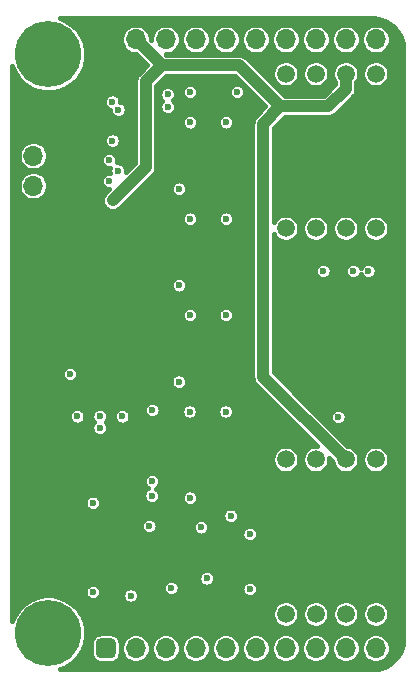
<source format=gbr>
G04 #@! TF.GenerationSoftware,KiCad,Pcbnew,(5.1.6)-1*
G04 #@! TF.CreationDate,2020-06-03T08:45:57+03:00*
G04 #@! TF.ProjectId,TMCM-0021 v1.0,544d434d-2d30-4303-9231-2076312e302e,rev?*
G04 #@! TF.SameCoordinates,Original*
G04 #@! TF.FileFunction,Copper,L3,Inr*
G04 #@! TF.FilePolarity,Positive*
%FSLAX46Y46*%
G04 Gerber Fmt 4.6, Leading zero omitted, Abs format (unit mm)*
G04 Created by KiCad (PCBNEW (5.1.6)-1) date 2020-06-03 08:45:57*
%MOMM*%
%LPD*%
G01*
G04 APERTURE LIST*
G04 #@! TA.AperFunction,ViaPad*
%ADD10O,1.700000X1.700000*%
G04 #@! TD*
G04 #@! TA.AperFunction,ViaPad*
%ADD11C,1.500000*%
G04 #@! TD*
G04 #@! TA.AperFunction,ViaPad*
%ADD12C,5.600000*%
G04 #@! TD*
G04 #@! TA.AperFunction,ViaPad*
%ADD13C,0.600000*%
G04 #@! TD*
G04 #@! TA.AperFunction,Conductor*
%ADD14C,1.000000*%
G04 #@! TD*
G04 #@! TA.AperFunction,Conductor*
%ADD15C,0.400000*%
G04 #@! TD*
G04 APERTURE END LIST*
D10*
X31230000Y2230000D03*
X28690000Y2230000D03*
X26150000Y2230000D03*
X23610000Y2230000D03*
X21070000Y2230000D03*
X18530000Y2230000D03*
X15990000Y2230000D03*
X13450000Y2230000D03*
X10910000Y2230000D03*
G04 #@! TA.AperFunction,ViaPad*
G36*
G01*
X7919500Y3080000D02*
X8820500Y3080000D01*
G75*
G02*
X9220000Y2680500I0J-399500D01*
G01*
X9220000Y1779500D01*
G75*
G02*
X8820500Y1380000I-399500J0D01*
G01*
X7919500Y1380000D01*
G75*
G02*
X7520000Y1779500I0J399500D01*
G01*
X7520000Y2680500D01*
G75*
G02*
X7919500Y3080000I399500J0D01*
G01*
G37*
G04 #@! TD.AperFunction*
X31230000Y53770000D03*
X28690000Y53770000D03*
X26150000Y53770000D03*
X23610000Y53770000D03*
X21070000Y53770000D03*
X18530000Y53770000D03*
X15990000Y53770000D03*
X13450000Y53770000D03*
X10910000Y53770000D03*
G04 #@! TA.AperFunction,ViaPad*
G36*
G01*
X7919500Y54620000D02*
X8820500Y54620000D01*
G75*
G02*
X9220000Y54220500I0J-399500D01*
G01*
X9220000Y53319500D01*
G75*
G02*
X8820500Y52920000I-399500J0D01*
G01*
X7919500Y52920000D01*
G75*
G02*
X7520000Y53319500I0J399500D01*
G01*
X7520000Y54220500D01*
G75*
G02*
X7919500Y54620000I399500J0D01*
G01*
G37*
G04 #@! TD.AperFunction*
D11*
X23610000Y5130000D03*
X23610000Y18210000D03*
X26150000Y5130000D03*
X26150000Y18210000D03*
X28690000Y5130000D03*
X28690000Y18210000D03*
X31230000Y5130000D03*
X31230000Y18210000D03*
X23610000Y37790000D03*
X23610000Y50870000D03*
X26150000Y37790000D03*
X26150000Y50870000D03*
X28690000Y37790000D03*
X28690000Y50870000D03*
X31230000Y37790000D03*
X31230000Y50870000D03*
D12*
X3500000Y52500000D03*
X3500000Y3500000D03*
D10*
X2230000Y41390000D03*
X2230000Y43930000D03*
D13*
X9370000Y42670000D03*
X8640000Y43580000D03*
X8640000Y41780000D03*
X12270000Y16360000D03*
X5340000Y25460000D03*
X12310000Y22400000D03*
X18510000Y22270000D03*
X18530000Y30430000D03*
X15490000Y30430000D03*
X18540000Y38600000D03*
X15500000Y38600000D03*
X15460000Y22270000D03*
X18540000Y46760000D03*
X15510000Y46760000D03*
X15510000Y49320000D03*
X15490000Y14980000D03*
X16430000Y12460000D03*
X16910000Y8150000D03*
X28050000Y21820000D03*
X26780000Y34180000D03*
X12050000Y12580000D03*
X7850000Y20900000D03*
X8930000Y45210000D03*
X13610000Y48070000D03*
X19490000Y49330000D03*
X10470000Y6690000D03*
X13910000Y7340000D03*
X13600000Y49130000D03*
X18950000Y13440000D03*
X9440000Y47830000D03*
X8910000Y48500000D03*
X5950000Y21870000D03*
X7850000Y21870000D03*
X9760000Y21870000D03*
X29320000Y34180000D03*
X30600000Y34180000D03*
X7270000Y6990000D03*
X7270000Y14540002D03*
X14560000Y41140000D03*
X12260000Y15150000D03*
X14560000Y32960000D03*
X20550000Y11890000D03*
X20550000Y7240000D03*
X14550000Y24790000D03*
X12310000Y23980000D03*
X4750000Y11090000D03*
X4750000Y9540000D03*
X20550000Y10340000D03*
X20550000Y8790000D03*
X18510000Y17600000D03*
X18530000Y25770000D03*
X18540000Y33940000D03*
X18530000Y42120000D03*
X10700000Y51840000D03*
X7620000Y49410000D03*
X10370000Y47220000D03*
X13110000Y47220000D03*
X10470000Y8640000D03*
X29320000Y21820000D03*
X22470000Y3870000D03*
X16010000Y3870000D03*
X32260000Y36430000D03*
X26730000Y35450000D03*
X10470000Y10610000D03*
X7270000Y16360000D03*
X8939998Y40140002D03*
D14*
X23150000Y48100000D02*
X27190000Y48100000D01*
X28690000Y49600000D02*
X28690000Y50870000D01*
X27190000Y48100000D02*
X28690000Y49600000D01*
X10910000Y53770000D02*
X13110000Y51570000D01*
X19680000Y51570000D02*
X23150000Y48100000D01*
X13110000Y51570000D02*
X19680000Y51570000D01*
X21680000Y46630000D02*
X23150000Y48100000D01*
X28690000Y18210000D02*
X21680000Y25220000D01*
X21680000Y25220000D02*
X21680000Y46630000D01*
X11760000Y42960004D02*
X8939998Y40140002D01*
X13110000Y51570000D02*
X11760000Y50220000D01*
X11760000Y50220000D02*
X11760000Y42960004D01*
D15*
G36*
X31494876Y55499319D02*
G01*
X31970906Y55355597D01*
X32409957Y55122150D01*
X32795296Y54807875D01*
X33112258Y54424734D01*
X33348761Y53987330D01*
X33495803Y53512316D01*
X33550001Y52996656D01*
X33550000Y3022005D01*
X33499319Y2505124D01*
X33355596Y2029090D01*
X33122152Y1590046D01*
X32807875Y1204704D01*
X32424735Y887743D01*
X31987329Y651239D01*
X31512316Y504197D01*
X30996664Y450000D01*
X4498649Y450000D01*
X5015768Y664197D01*
X5539881Y1014398D01*
X5985602Y1460119D01*
X6335803Y1984232D01*
X6577025Y2566595D01*
X6599682Y2680500D01*
X7118065Y2680500D01*
X7118065Y1779500D01*
X7133464Y1623148D01*
X7179071Y1472804D01*
X7253131Y1334247D01*
X7352800Y1212800D01*
X7474247Y1113131D01*
X7612804Y1039071D01*
X7763148Y993464D01*
X7919500Y978065D01*
X8820500Y978065D01*
X8976852Y993464D01*
X9127196Y1039071D01*
X9265753Y1113131D01*
X9387200Y1212800D01*
X9486869Y1334247D01*
X9560929Y1472804D01*
X9606536Y1623148D01*
X9621935Y1779500D01*
X9621935Y2353114D01*
X9660000Y2353114D01*
X9660000Y2106886D01*
X9708037Y1865389D01*
X9802265Y1637903D01*
X9939062Y1433172D01*
X10113172Y1259062D01*
X10317903Y1122265D01*
X10545389Y1028037D01*
X10786886Y980000D01*
X11033114Y980000D01*
X11274611Y1028037D01*
X11502097Y1122265D01*
X11706828Y1259062D01*
X11880938Y1433172D01*
X12017735Y1637903D01*
X12111963Y1865389D01*
X12160000Y2106886D01*
X12160000Y2353114D01*
X12200000Y2353114D01*
X12200000Y2106886D01*
X12248037Y1865389D01*
X12342265Y1637903D01*
X12479062Y1433172D01*
X12653172Y1259062D01*
X12857903Y1122265D01*
X13085389Y1028037D01*
X13326886Y980000D01*
X13573114Y980000D01*
X13814611Y1028037D01*
X14042097Y1122265D01*
X14246828Y1259062D01*
X14420938Y1433172D01*
X14557735Y1637903D01*
X14651963Y1865389D01*
X14700000Y2106886D01*
X14700000Y2353114D01*
X14740000Y2353114D01*
X14740000Y2106886D01*
X14788037Y1865389D01*
X14882265Y1637903D01*
X15019062Y1433172D01*
X15193172Y1259062D01*
X15397903Y1122265D01*
X15625389Y1028037D01*
X15866886Y980000D01*
X16113114Y980000D01*
X16354611Y1028037D01*
X16582097Y1122265D01*
X16786828Y1259062D01*
X16960938Y1433172D01*
X17097735Y1637903D01*
X17191963Y1865389D01*
X17240000Y2106886D01*
X17240000Y2353114D01*
X17280000Y2353114D01*
X17280000Y2106886D01*
X17328037Y1865389D01*
X17422265Y1637903D01*
X17559062Y1433172D01*
X17733172Y1259062D01*
X17937903Y1122265D01*
X18165389Y1028037D01*
X18406886Y980000D01*
X18653114Y980000D01*
X18894611Y1028037D01*
X19122097Y1122265D01*
X19326828Y1259062D01*
X19500938Y1433172D01*
X19637735Y1637903D01*
X19731963Y1865389D01*
X19780000Y2106886D01*
X19780000Y2353114D01*
X19820000Y2353114D01*
X19820000Y2106886D01*
X19868037Y1865389D01*
X19962265Y1637903D01*
X20099062Y1433172D01*
X20273172Y1259062D01*
X20477903Y1122265D01*
X20705389Y1028037D01*
X20946886Y980000D01*
X21193114Y980000D01*
X21434611Y1028037D01*
X21662097Y1122265D01*
X21866828Y1259062D01*
X22040938Y1433172D01*
X22177735Y1637903D01*
X22271963Y1865389D01*
X22320000Y2106886D01*
X22320000Y2353114D01*
X22360000Y2353114D01*
X22360000Y2106886D01*
X22408037Y1865389D01*
X22502265Y1637903D01*
X22639062Y1433172D01*
X22813172Y1259062D01*
X23017903Y1122265D01*
X23245389Y1028037D01*
X23486886Y980000D01*
X23733114Y980000D01*
X23974611Y1028037D01*
X24202097Y1122265D01*
X24406828Y1259062D01*
X24580938Y1433172D01*
X24717735Y1637903D01*
X24811963Y1865389D01*
X24860000Y2106886D01*
X24860000Y2353114D01*
X24900000Y2353114D01*
X24900000Y2106886D01*
X24948037Y1865389D01*
X25042265Y1637903D01*
X25179062Y1433172D01*
X25353172Y1259062D01*
X25557903Y1122265D01*
X25785389Y1028037D01*
X26026886Y980000D01*
X26273114Y980000D01*
X26514611Y1028037D01*
X26742097Y1122265D01*
X26946828Y1259062D01*
X27120938Y1433172D01*
X27257735Y1637903D01*
X27351963Y1865389D01*
X27400000Y2106886D01*
X27400000Y2353114D01*
X27440000Y2353114D01*
X27440000Y2106886D01*
X27488037Y1865389D01*
X27582265Y1637903D01*
X27719062Y1433172D01*
X27893172Y1259062D01*
X28097903Y1122265D01*
X28325389Y1028037D01*
X28566886Y980000D01*
X28813114Y980000D01*
X29054611Y1028037D01*
X29282097Y1122265D01*
X29486828Y1259062D01*
X29660938Y1433172D01*
X29797735Y1637903D01*
X29891963Y1865389D01*
X29940000Y2106886D01*
X29940000Y2353114D01*
X29980000Y2353114D01*
X29980000Y2106886D01*
X30028037Y1865389D01*
X30122265Y1637903D01*
X30259062Y1433172D01*
X30433172Y1259062D01*
X30637903Y1122265D01*
X30865389Y1028037D01*
X31106886Y980000D01*
X31353114Y980000D01*
X31594611Y1028037D01*
X31822097Y1122265D01*
X32026828Y1259062D01*
X32200938Y1433172D01*
X32337735Y1637903D01*
X32431963Y1865389D01*
X32480000Y2106886D01*
X32480000Y2353114D01*
X32431963Y2594611D01*
X32337735Y2822097D01*
X32200938Y3026828D01*
X32026828Y3200938D01*
X31822097Y3337735D01*
X31594611Y3431963D01*
X31353114Y3480000D01*
X31106886Y3480000D01*
X30865389Y3431963D01*
X30637903Y3337735D01*
X30433172Y3200938D01*
X30259062Y3026828D01*
X30122265Y2822097D01*
X30028037Y2594611D01*
X29980000Y2353114D01*
X29940000Y2353114D01*
X29891963Y2594611D01*
X29797735Y2822097D01*
X29660938Y3026828D01*
X29486828Y3200938D01*
X29282097Y3337735D01*
X29054611Y3431963D01*
X28813114Y3480000D01*
X28566886Y3480000D01*
X28325389Y3431963D01*
X28097903Y3337735D01*
X27893172Y3200938D01*
X27719062Y3026828D01*
X27582265Y2822097D01*
X27488037Y2594611D01*
X27440000Y2353114D01*
X27400000Y2353114D01*
X27351963Y2594611D01*
X27257735Y2822097D01*
X27120938Y3026828D01*
X26946828Y3200938D01*
X26742097Y3337735D01*
X26514611Y3431963D01*
X26273114Y3480000D01*
X26026886Y3480000D01*
X25785389Y3431963D01*
X25557903Y3337735D01*
X25353172Y3200938D01*
X25179062Y3026828D01*
X25042265Y2822097D01*
X24948037Y2594611D01*
X24900000Y2353114D01*
X24860000Y2353114D01*
X24811963Y2594611D01*
X24717735Y2822097D01*
X24580938Y3026828D01*
X24406828Y3200938D01*
X24202097Y3337735D01*
X23974611Y3431963D01*
X23733114Y3480000D01*
X23486886Y3480000D01*
X23245389Y3431963D01*
X23017903Y3337735D01*
X22813172Y3200938D01*
X22639062Y3026828D01*
X22502265Y2822097D01*
X22408037Y2594611D01*
X22360000Y2353114D01*
X22320000Y2353114D01*
X22271963Y2594611D01*
X22177735Y2822097D01*
X22040938Y3026828D01*
X21866828Y3200938D01*
X21662097Y3337735D01*
X21434611Y3431963D01*
X21193114Y3480000D01*
X20946886Y3480000D01*
X20705389Y3431963D01*
X20477903Y3337735D01*
X20273172Y3200938D01*
X20099062Y3026828D01*
X19962265Y2822097D01*
X19868037Y2594611D01*
X19820000Y2353114D01*
X19780000Y2353114D01*
X19731963Y2594611D01*
X19637735Y2822097D01*
X19500938Y3026828D01*
X19326828Y3200938D01*
X19122097Y3337735D01*
X18894611Y3431963D01*
X18653114Y3480000D01*
X18406886Y3480000D01*
X18165389Y3431963D01*
X17937903Y3337735D01*
X17733172Y3200938D01*
X17559062Y3026828D01*
X17422265Y2822097D01*
X17328037Y2594611D01*
X17280000Y2353114D01*
X17240000Y2353114D01*
X17191963Y2594611D01*
X17097735Y2822097D01*
X16960938Y3026828D01*
X16786828Y3200938D01*
X16582097Y3337735D01*
X16354611Y3431963D01*
X16113114Y3480000D01*
X15866886Y3480000D01*
X15625389Y3431963D01*
X15397903Y3337735D01*
X15193172Y3200938D01*
X15019062Y3026828D01*
X14882265Y2822097D01*
X14788037Y2594611D01*
X14740000Y2353114D01*
X14700000Y2353114D01*
X14651963Y2594611D01*
X14557735Y2822097D01*
X14420938Y3026828D01*
X14246828Y3200938D01*
X14042097Y3337735D01*
X13814611Y3431963D01*
X13573114Y3480000D01*
X13326886Y3480000D01*
X13085389Y3431963D01*
X12857903Y3337735D01*
X12653172Y3200938D01*
X12479062Y3026828D01*
X12342265Y2822097D01*
X12248037Y2594611D01*
X12200000Y2353114D01*
X12160000Y2353114D01*
X12111963Y2594611D01*
X12017735Y2822097D01*
X11880938Y3026828D01*
X11706828Y3200938D01*
X11502097Y3337735D01*
X11274611Y3431963D01*
X11033114Y3480000D01*
X10786886Y3480000D01*
X10545389Y3431963D01*
X10317903Y3337735D01*
X10113172Y3200938D01*
X9939062Y3026828D01*
X9802265Y2822097D01*
X9708037Y2594611D01*
X9660000Y2353114D01*
X9621935Y2353114D01*
X9621935Y2680500D01*
X9606536Y2836852D01*
X9560929Y2987196D01*
X9486869Y3125753D01*
X9387200Y3247200D01*
X9265753Y3346869D01*
X9127196Y3420929D01*
X8976852Y3466536D01*
X8820500Y3481935D01*
X7919500Y3481935D01*
X7763148Y3466536D01*
X7612804Y3420929D01*
X7474247Y3346869D01*
X7352800Y3247200D01*
X7253131Y3125753D01*
X7179071Y2987196D01*
X7133464Y2836852D01*
X7118065Y2680500D01*
X6599682Y2680500D01*
X6700000Y3184828D01*
X6700000Y3815172D01*
X6577025Y4433405D01*
X6335803Y5015768D01*
X6183795Y5243265D01*
X22460000Y5243265D01*
X22460000Y5016735D01*
X22504194Y4794557D01*
X22590884Y4585271D01*
X22716737Y4396918D01*
X22876918Y4236737D01*
X23065271Y4110884D01*
X23274557Y4024194D01*
X23496735Y3980000D01*
X23723265Y3980000D01*
X23945443Y4024194D01*
X24154729Y4110884D01*
X24343082Y4236737D01*
X24503263Y4396918D01*
X24629116Y4585271D01*
X24715806Y4794557D01*
X24760000Y5016735D01*
X24760000Y5243265D01*
X25000000Y5243265D01*
X25000000Y5016735D01*
X25044194Y4794557D01*
X25130884Y4585271D01*
X25256737Y4396918D01*
X25416918Y4236737D01*
X25605271Y4110884D01*
X25814557Y4024194D01*
X26036735Y3980000D01*
X26263265Y3980000D01*
X26485443Y4024194D01*
X26694729Y4110884D01*
X26883082Y4236737D01*
X27043263Y4396918D01*
X27169116Y4585271D01*
X27255806Y4794557D01*
X27300000Y5016735D01*
X27300000Y5243265D01*
X27540000Y5243265D01*
X27540000Y5016735D01*
X27584194Y4794557D01*
X27670884Y4585271D01*
X27796737Y4396918D01*
X27956918Y4236737D01*
X28145271Y4110884D01*
X28354557Y4024194D01*
X28576735Y3980000D01*
X28803265Y3980000D01*
X29025443Y4024194D01*
X29234729Y4110884D01*
X29423082Y4236737D01*
X29583263Y4396918D01*
X29709116Y4585271D01*
X29795806Y4794557D01*
X29840000Y5016735D01*
X29840000Y5243265D01*
X30080000Y5243265D01*
X30080000Y5016735D01*
X30124194Y4794557D01*
X30210884Y4585271D01*
X30336737Y4396918D01*
X30496918Y4236737D01*
X30685271Y4110884D01*
X30894557Y4024194D01*
X31116735Y3980000D01*
X31343265Y3980000D01*
X31565443Y4024194D01*
X31774729Y4110884D01*
X31963082Y4236737D01*
X32123263Y4396918D01*
X32249116Y4585271D01*
X32335806Y4794557D01*
X32380000Y5016735D01*
X32380000Y5243265D01*
X32335806Y5465443D01*
X32249116Y5674729D01*
X32123263Y5863082D01*
X31963082Y6023263D01*
X31774729Y6149116D01*
X31565443Y6235806D01*
X31343265Y6280000D01*
X31116735Y6280000D01*
X30894557Y6235806D01*
X30685271Y6149116D01*
X30496918Y6023263D01*
X30336737Y5863082D01*
X30210884Y5674729D01*
X30124194Y5465443D01*
X30080000Y5243265D01*
X29840000Y5243265D01*
X29795806Y5465443D01*
X29709116Y5674729D01*
X29583263Y5863082D01*
X29423082Y6023263D01*
X29234729Y6149116D01*
X29025443Y6235806D01*
X28803265Y6280000D01*
X28576735Y6280000D01*
X28354557Y6235806D01*
X28145271Y6149116D01*
X27956918Y6023263D01*
X27796737Y5863082D01*
X27670884Y5674729D01*
X27584194Y5465443D01*
X27540000Y5243265D01*
X27300000Y5243265D01*
X27255806Y5465443D01*
X27169116Y5674729D01*
X27043263Y5863082D01*
X26883082Y6023263D01*
X26694729Y6149116D01*
X26485443Y6235806D01*
X26263265Y6280000D01*
X26036735Y6280000D01*
X25814557Y6235806D01*
X25605271Y6149116D01*
X25416918Y6023263D01*
X25256737Y5863082D01*
X25130884Y5674729D01*
X25044194Y5465443D01*
X25000000Y5243265D01*
X24760000Y5243265D01*
X24715806Y5465443D01*
X24629116Y5674729D01*
X24503263Y5863082D01*
X24343082Y6023263D01*
X24154729Y6149116D01*
X23945443Y6235806D01*
X23723265Y6280000D01*
X23496735Y6280000D01*
X23274557Y6235806D01*
X23065271Y6149116D01*
X22876918Y6023263D01*
X22716737Y5863082D01*
X22590884Y5674729D01*
X22504194Y5465443D01*
X22460000Y5243265D01*
X6183795Y5243265D01*
X5985602Y5539881D01*
X5539881Y5985602D01*
X5015768Y6335803D01*
X4433405Y6577025D01*
X3815172Y6700000D01*
X3184828Y6700000D01*
X2566595Y6577025D01*
X1984232Y6335803D01*
X1460119Y5985602D01*
X1014398Y5539881D01*
X664197Y5015768D01*
X450000Y4498649D01*
X450000Y7058944D01*
X6570000Y7058944D01*
X6570000Y6921056D01*
X6596901Y6785818D01*
X6649668Y6658426D01*
X6726274Y6543776D01*
X6823776Y6446274D01*
X6938426Y6369668D01*
X7065818Y6316901D01*
X7201056Y6290000D01*
X7338944Y6290000D01*
X7474182Y6316901D01*
X7601574Y6369668D01*
X7716224Y6446274D01*
X7813726Y6543776D01*
X7890332Y6658426D01*
X7931967Y6758944D01*
X9770000Y6758944D01*
X9770000Y6621056D01*
X9796901Y6485818D01*
X9849668Y6358426D01*
X9926274Y6243776D01*
X10023776Y6146274D01*
X10138426Y6069668D01*
X10265818Y6016901D01*
X10401056Y5990000D01*
X10538944Y5990000D01*
X10674182Y6016901D01*
X10801574Y6069668D01*
X10916224Y6146274D01*
X11013726Y6243776D01*
X11090332Y6358426D01*
X11143099Y6485818D01*
X11170000Y6621056D01*
X11170000Y6758944D01*
X11143099Y6894182D01*
X11090332Y7021574D01*
X11013726Y7136224D01*
X10916224Y7233726D01*
X10801574Y7310332D01*
X10674182Y7363099D01*
X10538944Y7390000D01*
X10401056Y7390000D01*
X10265818Y7363099D01*
X10138426Y7310332D01*
X10023776Y7233726D01*
X9926274Y7136224D01*
X9849668Y7021574D01*
X9796901Y6894182D01*
X9770000Y6758944D01*
X7931967Y6758944D01*
X7943099Y6785818D01*
X7970000Y6921056D01*
X7970000Y7058944D01*
X7943099Y7194182D01*
X7890332Y7321574D01*
X7831954Y7408944D01*
X13210000Y7408944D01*
X13210000Y7271056D01*
X13236901Y7135818D01*
X13289668Y7008426D01*
X13366274Y6893776D01*
X13463776Y6796274D01*
X13578426Y6719668D01*
X13705818Y6666901D01*
X13841056Y6640000D01*
X13978944Y6640000D01*
X14114182Y6666901D01*
X14241574Y6719668D01*
X14356224Y6796274D01*
X14453726Y6893776D01*
X14530332Y7008426D01*
X14583099Y7135818D01*
X14610000Y7271056D01*
X14610000Y7308944D01*
X19850000Y7308944D01*
X19850000Y7171056D01*
X19876901Y7035818D01*
X19929668Y6908426D01*
X20006274Y6793776D01*
X20103776Y6696274D01*
X20218426Y6619668D01*
X20345818Y6566901D01*
X20481056Y6540000D01*
X20618944Y6540000D01*
X20754182Y6566901D01*
X20881574Y6619668D01*
X20996224Y6696274D01*
X21093726Y6793776D01*
X21170332Y6908426D01*
X21223099Y7035818D01*
X21250000Y7171056D01*
X21250000Y7308944D01*
X21223099Y7444182D01*
X21170332Y7571574D01*
X21093726Y7686224D01*
X20996224Y7783726D01*
X20881574Y7860332D01*
X20754182Y7913099D01*
X20618944Y7940000D01*
X20481056Y7940000D01*
X20345818Y7913099D01*
X20218426Y7860332D01*
X20103776Y7783726D01*
X20006274Y7686224D01*
X19929668Y7571574D01*
X19876901Y7444182D01*
X19850000Y7308944D01*
X14610000Y7308944D01*
X14610000Y7408944D01*
X14583099Y7544182D01*
X14530332Y7671574D01*
X14453726Y7786224D01*
X14356224Y7883726D01*
X14241574Y7960332D01*
X14114182Y8013099D01*
X13978944Y8040000D01*
X13841056Y8040000D01*
X13705818Y8013099D01*
X13578426Y7960332D01*
X13463776Y7883726D01*
X13366274Y7786224D01*
X13289668Y7671574D01*
X13236901Y7544182D01*
X13210000Y7408944D01*
X7831954Y7408944D01*
X7813726Y7436224D01*
X7716224Y7533726D01*
X7601574Y7610332D01*
X7474182Y7663099D01*
X7338944Y7690000D01*
X7201056Y7690000D01*
X7065818Y7663099D01*
X6938426Y7610332D01*
X6823776Y7533726D01*
X6726274Y7436224D01*
X6649668Y7321574D01*
X6596901Y7194182D01*
X6570000Y7058944D01*
X450000Y7058944D01*
X450000Y8218944D01*
X16210000Y8218944D01*
X16210000Y8081056D01*
X16236901Y7945818D01*
X16289668Y7818426D01*
X16366274Y7703776D01*
X16463776Y7606274D01*
X16578426Y7529668D01*
X16705818Y7476901D01*
X16841056Y7450000D01*
X16978944Y7450000D01*
X17114182Y7476901D01*
X17241574Y7529668D01*
X17356224Y7606274D01*
X17453726Y7703776D01*
X17530332Y7818426D01*
X17583099Y7945818D01*
X17610000Y8081056D01*
X17610000Y8218944D01*
X17583099Y8354182D01*
X17530332Y8481574D01*
X17453726Y8596224D01*
X17356224Y8693726D01*
X17241574Y8770332D01*
X17114182Y8823099D01*
X16978944Y8850000D01*
X16841056Y8850000D01*
X16705818Y8823099D01*
X16578426Y8770332D01*
X16463776Y8693726D01*
X16366274Y8596224D01*
X16289668Y8481574D01*
X16236901Y8354182D01*
X16210000Y8218944D01*
X450000Y8218944D01*
X450000Y12648944D01*
X11350000Y12648944D01*
X11350000Y12511056D01*
X11376901Y12375818D01*
X11429668Y12248426D01*
X11506274Y12133776D01*
X11603776Y12036274D01*
X11718426Y11959668D01*
X11845818Y11906901D01*
X11981056Y11880000D01*
X12118944Y11880000D01*
X12254182Y11906901D01*
X12381574Y11959668D01*
X12496224Y12036274D01*
X12593726Y12133776D01*
X12670332Y12248426D01*
X12723099Y12375818D01*
X12750000Y12511056D01*
X12750000Y12528944D01*
X15730000Y12528944D01*
X15730000Y12391056D01*
X15756901Y12255818D01*
X15809668Y12128426D01*
X15886274Y12013776D01*
X15983776Y11916274D01*
X16098426Y11839668D01*
X16225818Y11786901D01*
X16361056Y11760000D01*
X16498944Y11760000D01*
X16634182Y11786901D01*
X16761574Y11839668D01*
X16876224Y11916274D01*
X16918894Y11958944D01*
X19850000Y11958944D01*
X19850000Y11821056D01*
X19876901Y11685818D01*
X19929668Y11558426D01*
X20006274Y11443776D01*
X20103776Y11346274D01*
X20218426Y11269668D01*
X20345818Y11216901D01*
X20481056Y11190000D01*
X20618944Y11190000D01*
X20754182Y11216901D01*
X20881574Y11269668D01*
X20996224Y11346274D01*
X21093726Y11443776D01*
X21170332Y11558426D01*
X21223099Y11685818D01*
X21250000Y11821056D01*
X21250000Y11958944D01*
X21223099Y12094182D01*
X21170332Y12221574D01*
X21093726Y12336224D01*
X20996224Y12433726D01*
X20881574Y12510332D01*
X20754182Y12563099D01*
X20618944Y12590000D01*
X20481056Y12590000D01*
X20345818Y12563099D01*
X20218426Y12510332D01*
X20103776Y12433726D01*
X20006274Y12336224D01*
X19929668Y12221574D01*
X19876901Y12094182D01*
X19850000Y11958944D01*
X16918894Y11958944D01*
X16973726Y12013776D01*
X17050332Y12128426D01*
X17103099Y12255818D01*
X17130000Y12391056D01*
X17130000Y12528944D01*
X17103099Y12664182D01*
X17050332Y12791574D01*
X16973726Y12906224D01*
X16876224Y13003726D01*
X16761574Y13080332D01*
X16634182Y13133099D01*
X16498944Y13160000D01*
X16361056Y13160000D01*
X16225818Y13133099D01*
X16098426Y13080332D01*
X15983776Y13003726D01*
X15886274Y12906224D01*
X15809668Y12791574D01*
X15756901Y12664182D01*
X15730000Y12528944D01*
X12750000Y12528944D01*
X12750000Y12648944D01*
X12723099Y12784182D01*
X12670332Y12911574D01*
X12593726Y13026224D01*
X12496224Y13123726D01*
X12381574Y13200332D01*
X12254182Y13253099D01*
X12118944Y13280000D01*
X11981056Y13280000D01*
X11845818Y13253099D01*
X11718426Y13200332D01*
X11603776Y13123726D01*
X11506274Y13026224D01*
X11429668Y12911574D01*
X11376901Y12784182D01*
X11350000Y12648944D01*
X450000Y12648944D01*
X450000Y13508944D01*
X18250000Y13508944D01*
X18250000Y13371056D01*
X18276901Y13235818D01*
X18329668Y13108426D01*
X18406274Y12993776D01*
X18503776Y12896274D01*
X18618426Y12819668D01*
X18745818Y12766901D01*
X18881056Y12740000D01*
X19018944Y12740000D01*
X19154182Y12766901D01*
X19281574Y12819668D01*
X19396224Y12896274D01*
X19493726Y12993776D01*
X19570332Y13108426D01*
X19623099Y13235818D01*
X19650000Y13371056D01*
X19650000Y13508944D01*
X19623099Y13644182D01*
X19570332Y13771574D01*
X19493726Y13886224D01*
X19396224Y13983726D01*
X19281574Y14060332D01*
X19154182Y14113099D01*
X19018944Y14140000D01*
X18881056Y14140000D01*
X18745818Y14113099D01*
X18618426Y14060332D01*
X18503776Y13983726D01*
X18406274Y13886224D01*
X18329668Y13771574D01*
X18276901Y13644182D01*
X18250000Y13508944D01*
X450000Y13508944D01*
X450000Y14608946D01*
X6570000Y14608946D01*
X6570000Y14471058D01*
X6596901Y14335820D01*
X6649668Y14208428D01*
X6726274Y14093778D01*
X6823776Y13996276D01*
X6938426Y13919670D01*
X7065818Y13866903D01*
X7201056Y13840002D01*
X7338944Y13840002D01*
X7474182Y13866903D01*
X7601574Y13919670D01*
X7716224Y13996276D01*
X7813726Y14093778D01*
X7890332Y14208428D01*
X7943099Y14335820D01*
X7970000Y14471058D01*
X7970000Y14608946D01*
X7943099Y14744184D01*
X7890332Y14871576D01*
X7813726Y14986226D01*
X7716224Y15083728D01*
X7601574Y15160334D01*
X7474182Y15213101D01*
X7444808Y15218944D01*
X11560000Y15218944D01*
X11560000Y15081056D01*
X11586901Y14945818D01*
X11639668Y14818426D01*
X11716274Y14703776D01*
X11813776Y14606274D01*
X11928426Y14529668D01*
X12055818Y14476901D01*
X12191056Y14450000D01*
X12328944Y14450000D01*
X12464182Y14476901D01*
X12591574Y14529668D01*
X12706224Y14606274D01*
X12803726Y14703776D01*
X12880332Y14818426D01*
X12933099Y14945818D01*
X12953612Y15048944D01*
X14790000Y15048944D01*
X14790000Y14911056D01*
X14816901Y14775818D01*
X14869668Y14648426D01*
X14946274Y14533776D01*
X15043776Y14436274D01*
X15158426Y14359668D01*
X15285818Y14306901D01*
X15421056Y14280000D01*
X15558944Y14280000D01*
X15694182Y14306901D01*
X15821574Y14359668D01*
X15936224Y14436274D01*
X16033726Y14533776D01*
X16110332Y14648426D01*
X16163099Y14775818D01*
X16190000Y14911056D01*
X16190000Y15048944D01*
X16163099Y15184182D01*
X16110332Y15311574D01*
X16033726Y15426224D01*
X15936224Y15523726D01*
X15821574Y15600332D01*
X15694182Y15653099D01*
X15558944Y15680000D01*
X15421056Y15680000D01*
X15285818Y15653099D01*
X15158426Y15600332D01*
X15043776Y15523726D01*
X14946274Y15426224D01*
X14869668Y15311574D01*
X14816901Y15184182D01*
X14790000Y15048944D01*
X12953612Y15048944D01*
X12960000Y15081056D01*
X12960000Y15218944D01*
X12933099Y15354182D01*
X12880332Y15481574D01*
X12803726Y15596224D01*
X12706224Y15693726D01*
X12619520Y15751659D01*
X12716224Y15816274D01*
X12813726Y15913776D01*
X12890332Y16028426D01*
X12943099Y16155818D01*
X12970000Y16291056D01*
X12970000Y16428944D01*
X12943099Y16564182D01*
X12890332Y16691574D01*
X12813726Y16806224D01*
X12716224Y16903726D01*
X12601574Y16980332D01*
X12474182Y17033099D01*
X12338944Y17060000D01*
X12201056Y17060000D01*
X12065818Y17033099D01*
X11938426Y16980332D01*
X11823776Y16903726D01*
X11726274Y16806224D01*
X11649668Y16691574D01*
X11596901Y16564182D01*
X11570000Y16428944D01*
X11570000Y16291056D01*
X11596901Y16155818D01*
X11649668Y16028426D01*
X11726274Y15913776D01*
X11823776Y15816274D01*
X11910480Y15758341D01*
X11813776Y15693726D01*
X11716274Y15596224D01*
X11639668Y15481574D01*
X11586901Y15354182D01*
X11560000Y15218944D01*
X7444808Y15218944D01*
X7338944Y15240002D01*
X7201056Y15240002D01*
X7065818Y15213101D01*
X6938426Y15160334D01*
X6823776Y15083728D01*
X6726274Y14986226D01*
X6649668Y14871576D01*
X6596901Y14744184D01*
X6570000Y14608946D01*
X450000Y14608946D01*
X450000Y18323265D01*
X22460000Y18323265D01*
X22460000Y18096735D01*
X22504194Y17874557D01*
X22590884Y17665271D01*
X22716737Y17476918D01*
X22876918Y17316737D01*
X23065271Y17190884D01*
X23274557Y17104194D01*
X23496735Y17060000D01*
X23723265Y17060000D01*
X23945443Y17104194D01*
X24154729Y17190884D01*
X24343082Y17316737D01*
X24503263Y17476918D01*
X24629116Y17665271D01*
X24715806Y17874557D01*
X24760000Y18096735D01*
X24760000Y18323265D01*
X24715806Y18545443D01*
X24629116Y18754729D01*
X24503263Y18943082D01*
X24343082Y19103263D01*
X24154729Y19229116D01*
X23945443Y19315806D01*
X23723265Y19360000D01*
X23496735Y19360000D01*
X23274557Y19315806D01*
X23065271Y19229116D01*
X22876918Y19103263D01*
X22716737Y18943082D01*
X22590884Y18754729D01*
X22504194Y18545443D01*
X22460000Y18323265D01*
X450000Y18323265D01*
X450000Y21938944D01*
X5250000Y21938944D01*
X5250000Y21801056D01*
X5276901Y21665818D01*
X5329668Y21538426D01*
X5406274Y21423776D01*
X5503776Y21326274D01*
X5618426Y21249668D01*
X5745818Y21196901D01*
X5881056Y21170000D01*
X6018944Y21170000D01*
X6154182Y21196901D01*
X6281574Y21249668D01*
X6396224Y21326274D01*
X6493726Y21423776D01*
X6570332Y21538426D01*
X6623099Y21665818D01*
X6650000Y21801056D01*
X6650000Y21938944D01*
X7150000Y21938944D01*
X7150000Y21801056D01*
X7176901Y21665818D01*
X7229668Y21538426D01*
X7306274Y21423776D01*
X7345050Y21385000D01*
X7306274Y21346224D01*
X7229668Y21231574D01*
X7176901Y21104182D01*
X7150000Y20968944D01*
X7150000Y20831056D01*
X7176901Y20695818D01*
X7229668Y20568426D01*
X7306274Y20453776D01*
X7403776Y20356274D01*
X7518426Y20279668D01*
X7645818Y20226901D01*
X7781056Y20200000D01*
X7918944Y20200000D01*
X8054182Y20226901D01*
X8181574Y20279668D01*
X8296224Y20356274D01*
X8393726Y20453776D01*
X8470332Y20568426D01*
X8523099Y20695818D01*
X8550000Y20831056D01*
X8550000Y20968944D01*
X8523099Y21104182D01*
X8470332Y21231574D01*
X8393726Y21346224D01*
X8354950Y21385000D01*
X8393726Y21423776D01*
X8470332Y21538426D01*
X8523099Y21665818D01*
X8550000Y21801056D01*
X8550000Y21938944D01*
X9060000Y21938944D01*
X9060000Y21801056D01*
X9086901Y21665818D01*
X9139668Y21538426D01*
X9216274Y21423776D01*
X9313776Y21326274D01*
X9428426Y21249668D01*
X9555818Y21196901D01*
X9691056Y21170000D01*
X9828944Y21170000D01*
X9964182Y21196901D01*
X10091574Y21249668D01*
X10206224Y21326274D01*
X10303726Y21423776D01*
X10380332Y21538426D01*
X10433099Y21665818D01*
X10460000Y21801056D01*
X10460000Y21938944D01*
X10433099Y22074182D01*
X10380332Y22201574D01*
X10303726Y22316224D01*
X10206224Y22413726D01*
X10123584Y22468944D01*
X11610000Y22468944D01*
X11610000Y22331056D01*
X11636901Y22195818D01*
X11689668Y22068426D01*
X11766274Y21953776D01*
X11863776Y21856274D01*
X11978426Y21779668D01*
X12105818Y21726901D01*
X12241056Y21700000D01*
X12378944Y21700000D01*
X12514182Y21726901D01*
X12641574Y21779668D01*
X12756224Y21856274D01*
X12853726Y21953776D01*
X12930332Y22068426D01*
X12983099Y22195818D01*
X13010000Y22331056D01*
X13010000Y22338944D01*
X14760000Y22338944D01*
X14760000Y22201056D01*
X14786901Y22065818D01*
X14839668Y21938426D01*
X14916274Y21823776D01*
X15013776Y21726274D01*
X15128426Y21649668D01*
X15255818Y21596901D01*
X15391056Y21570000D01*
X15528944Y21570000D01*
X15664182Y21596901D01*
X15791574Y21649668D01*
X15906224Y21726274D01*
X16003726Y21823776D01*
X16080332Y21938426D01*
X16133099Y22065818D01*
X16160000Y22201056D01*
X16160000Y22338944D01*
X17810000Y22338944D01*
X17810000Y22201056D01*
X17836901Y22065818D01*
X17889668Y21938426D01*
X17966274Y21823776D01*
X18063776Y21726274D01*
X18178426Y21649668D01*
X18305818Y21596901D01*
X18441056Y21570000D01*
X18578944Y21570000D01*
X18714182Y21596901D01*
X18841574Y21649668D01*
X18956224Y21726274D01*
X19053726Y21823776D01*
X19130332Y21938426D01*
X19183099Y22065818D01*
X19210000Y22201056D01*
X19210000Y22338944D01*
X19183099Y22474182D01*
X19130332Y22601574D01*
X19053726Y22716224D01*
X18956224Y22813726D01*
X18841574Y22890332D01*
X18714182Y22943099D01*
X18578944Y22970000D01*
X18441056Y22970000D01*
X18305818Y22943099D01*
X18178426Y22890332D01*
X18063776Y22813726D01*
X17966274Y22716224D01*
X17889668Y22601574D01*
X17836901Y22474182D01*
X17810000Y22338944D01*
X16160000Y22338944D01*
X16133099Y22474182D01*
X16080332Y22601574D01*
X16003726Y22716224D01*
X15906224Y22813726D01*
X15791574Y22890332D01*
X15664182Y22943099D01*
X15528944Y22970000D01*
X15391056Y22970000D01*
X15255818Y22943099D01*
X15128426Y22890332D01*
X15013776Y22813726D01*
X14916274Y22716224D01*
X14839668Y22601574D01*
X14786901Y22474182D01*
X14760000Y22338944D01*
X13010000Y22338944D01*
X13010000Y22468944D01*
X12983099Y22604182D01*
X12930332Y22731574D01*
X12853726Y22846224D01*
X12756224Y22943726D01*
X12641574Y23020332D01*
X12514182Y23073099D01*
X12378944Y23100000D01*
X12241056Y23100000D01*
X12105818Y23073099D01*
X11978426Y23020332D01*
X11863776Y22943726D01*
X11766274Y22846224D01*
X11689668Y22731574D01*
X11636901Y22604182D01*
X11610000Y22468944D01*
X10123584Y22468944D01*
X10091574Y22490332D01*
X9964182Y22543099D01*
X9828944Y22570000D01*
X9691056Y22570000D01*
X9555818Y22543099D01*
X9428426Y22490332D01*
X9313776Y22413726D01*
X9216274Y22316224D01*
X9139668Y22201574D01*
X9086901Y22074182D01*
X9060000Y21938944D01*
X8550000Y21938944D01*
X8523099Y22074182D01*
X8470332Y22201574D01*
X8393726Y22316224D01*
X8296224Y22413726D01*
X8181574Y22490332D01*
X8054182Y22543099D01*
X7918944Y22570000D01*
X7781056Y22570000D01*
X7645818Y22543099D01*
X7518426Y22490332D01*
X7403776Y22413726D01*
X7306274Y22316224D01*
X7229668Y22201574D01*
X7176901Y22074182D01*
X7150000Y21938944D01*
X6650000Y21938944D01*
X6623099Y22074182D01*
X6570332Y22201574D01*
X6493726Y22316224D01*
X6396224Y22413726D01*
X6281574Y22490332D01*
X6154182Y22543099D01*
X6018944Y22570000D01*
X5881056Y22570000D01*
X5745818Y22543099D01*
X5618426Y22490332D01*
X5503776Y22413726D01*
X5406274Y22316224D01*
X5329668Y22201574D01*
X5276901Y22074182D01*
X5250000Y21938944D01*
X450000Y21938944D01*
X450000Y25528944D01*
X4640000Y25528944D01*
X4640000Y25391056D01*
X4666901Y25255818D01*
X4719668Y25128426D01*
X4796274Y25013776D01*
X4893776Y24916274D01*
X5008426Y24839668D01*
X5135818Y24786901D01*
X5271056Y24760000D01*
X5408944Y24760000D01*
X5544182Y24786901D01*
X5671574Y24839668D01*
X5700422Y24858944D01*
X13850000Y24858944D01*
X13850000Y24721056D01*
X13876901Y24585818D01*
X13929668Y24458426D01*
X14006274Y24343776D01*
X14103776Y24246274D01*
X14218426Y24169668D01*
X14345818Y24116901D01*
X14481056Y24090000D01*
X14618944Y24090000D01*
X14754182Y24116901D01*
X14881574Y24169668D01*
X14996224Y24246274D01*
X15093726Y24343776D01*
X15170332Y24458426D01*
X15223099Y24585818D01*
X15250000Y24721056D01*
X15250000Y24858944D01*
X15223099Y24994182D01*
X15170332Y25121574D01*
X15093726Y25236224D01*
X14996224Y25333726D01*
X14881574Y25410332D01*
X14754182Y25463099D01*
X14618944Y25490000D01*
X14481056Y25490000D01*
X14345818Y25463099D01*
X14218426Y25410332D01*
X14103776Y25333726D01*
X14006274Y25236224D01*
X13929668Y25121574D01*
X13876901Y24994182D01*
X13850000Y24858944D01*
X5700422Y24858944D01*
X5786224Y24916274D01*
X5883726Y25013776D01*
X5960332Y25128426D01*
X6013099Y25255818D01*
X6040000Y25391056D01*
X6040000Y25528944D01*
X6013099Y25664182D01*
X5960332Y25791574D01*
X5883726Y25906224D01*
X5786224Y26003726D01*
X5671574Y26080332D01*
X5544182Y26133099D01*
X5408944Y26160000D01*
X5271056Y26160000D01*
X5135818Y26133099D01*
X5008426Y26080332D01*
X4893776Y26003726D01*
X4796274Y25906224D01*
X4719668Y25791574D01*
X4666901Y25664182D01*
X4640000Y25528944D01*
X450000Y25528944D01*
X450000Y30498944D01*
X14790000Y30498944D01*
X14790000Y30361056D01*
X14816901Y30225818D01*
X14869668Y30098426D01*
X14946274Y29983776D01*
X15043776Y29886274D01*
X15158426Y29809668D01*
X15285818Y29756901D01*
X15421056Y29730000D01*
X15558944Y29730000D01*
X15694182Y29756901D01*
X15821574Y29809668D01*
X15936224Y29886274D01*
X16033726Y29983776D01*
X16110332Y30098426D01*
X16163099Y30225818D01*
X16190000Y30361056D01*
X16190000Y30498944D01*
X17830000Y30498944D01*
X17830000Y30361056D01*
X17856901Y30225818D01*
X17909668Y30098426D01*
X17986274Y29983776D01*
X18083776Y29886274D01*
X18198426Y29809668D01*
X18325818Y29756901D01*
X18461056Y29730000D01*
X18598944Y29730000D01*
X18734182Y29756901D01*
X18861574Y29809668D01*
X18976224Y29886274D01*
X19073726Y29983776D01*
X19150332Y30098426D01*
X19203099Y30225818D01*
X19230000Y30361056D01*
X19230000Y30498944D01*
X19203099Y30634182D01*
X19150332Y30761574D01*
X19073726Y30876224D01*
X18976224Y30973726D01*
X18861574Y31050332D01*
X18734182Y31103099D01*
X18598944Y31130000D01*
X18461056Y31130000D01*
X18325818Y31103099D01*
X18198426Y31050332D01*
X18083776Y30973726D01*
X17986274Y30876224D01*
X17909668Y30761574D01*
X17856901Y30634182D01*
X17830000Y30498944D01*
X16190000Y30498944D01*
X16163099Y30634182D01*
X16110332Y30761574D01*
X16033726Y30876224D01*
X15936224Y30973726D01*
X15821574Y31050332D01*
X15694182Y31103099D01*
X15558944Y31130000D01*
X15421056Y31130000D01*
X15285818Y31103099D01*
X15158426Y31050332D01*
X15043776Y30973726D01*
X14946274Y30876224D01*
X14869668Y30761574D01*
X14816901Y30634182D01*
X14790000Y30498944D01*
X450000Y30498944D01*
X450000Y33028944D01*
X13860000Y33028944D01*
X13860000Y32891056D01*
X13886901Y32755818D01*
X13939668Y32628426D01*
X14016274Y32513776D01*
X14113776Y32416274D01*
X14228426Y32339668D01*
X14355818Y32286901D01*
X14491056Y32260000D01*
X14628944Y32260000D01*
X14764182Y32286901D01*
X14891574Y32339668D01*
X15006224Y32416274D01*
X15103726Y32513776D01*
X15180332Y32628426D01*
X15233099Y32755818D01*
X15260000Y32891056D01*
X15260000Y33028944D01*
X15233099Y33164182D01*
X15180332Y33291574D01*
X15103726Y33406224D01*
X15006224Y33503726D01*
X14891574Y33580332D01*
X14764182Y33633099D01*
X14628944Y33660000D01*
X14491056Y33660000D01*
X14355818Y33633099D01*
X14228426Y33580332D01*
X14113776Y33503726D01*
X14016274Y33406224D01*
X13939668Y33291574D01*
X13886901Y33164182D01*
X13860000Y33028944D01*
X450000Y33028944D01*
X450000Y38668944D01*
X14800000Y38668944D01*
X14800000Y38531056D01*
X14826901Y38395818D01*
X14879668Y38268426D01*
X14956274Y38153776D01*
X15053776Y38056274D01*
X15168426Y37979668D01*
X15295818Y37926901D01*
X15431056Y37900000D01*
X15568944Y37900000D01*
X15704182Y37926901D01*
X15831574Y37979668D01*
X15946224Y38056274D01*
X16043726Y38153776D01*
X16120332Y38268426D01*
X16173099Y38395818D01*
X16200000Y38531056D01*
X16200000Y38668944D01*
X17840000Y38668944D01*
X17840000Y38531056D01*
X17866901Y38395818D01*
X17919668Y38268426D01*
X17996274Y38153776D01*
X18093776Y38056274D01*
X18208426Y37979668D01*
X18335818Y37926901D01*
X18471056Y37900000D01*
X18608944Y37900000D01*
X18744182Y37926901D01*
X18871574Y37979668D01*
X18986224Y38056274D01*
X19083726Y38153776D01*
X19160332Y38268426D01*
X19213099Y38395818D01*
X19240000Y38531056D01*
X19240000Y38668944D01*
X19213099Y38804182D01*
X19160332Y38931574D01*
X19083726Y39046224D01*
X18986224Y39143726D01*
X18871574Y39220332D01*
X18744182Y39273099D01*
X18608944Y39300000D01*
X18471056Y39300000D01*
X18335818Y39273099D01*
X18208426Y39220332D01*
X18093776Y39143726D01*
X17996274Y39046224D01*
X17919668Y38931574D01*
X17866901Y38804182D01*
X17840000Y38668944D01*
X16200000Y38668944D01*
X16173099Y38804182D01*
X16120332Y38931574D01*
X16043726Y39046224D01*
X15946224Y39143726D01*
X15831574Y39220332D01*
X15704182Y39273099D01*
X15568944Y39300000D01*
X15431056Y39300000D01*
X15295818Y39273099D01*
X15168426Y39220332D01*
X15053776Y39143726D01*
X14956274Y39046224D01*
X14879668Y38931574D01*
X14826901Y38804182D01*
X14800000Y38668944D01*
X450000Y38668944D01*
X450000Y41513114D01*
X980000Y41513114D01*
X980000Y41266886D01*
X1028037Y41025389D01*
X1122265Y40797903D01*
X1259062Y40593172D01*
X1433172Y40419062D01*
X1637903Y40282265D01*
X1865389Y40188037D01*
X2106886Y40140000D01*
X2353114Y40140000D01*
X2594611Y40188037D01*
X2822097Y40282265D01*
X3026828Y40419062D01*
X3200938Y40593172D01*
X3337735Y40797903D01*
X3431963Y41025389D01*
X3480000Y41266886D01*
X3480000Y41513114D01*
X3431963Y41754611D01*
X3337735Y41982097D01*
X3200938Y42186828D01*
X3026828Y42360938D01*
X2822097Y42497735D01*
X2594611Y42591963D01*
X2353114Y42640000D01*
X2106886Y42640000D01*
X1865389Y42591963D01*
X1637903Y42497735D01*
X1433172Y42360938D01*
X1259062Y42186828D01*
X1122265Y41982097D01*
X1028037Y41754611D01*
X980000Y41513114D01*
X450000Y41513114D01*
X450000Y44053114D01*
X980000Y44053114D01*
X980000Y43806886D01*
X1028037Y43565389D01*
X1122265Y43337903D01*
X1259062Y43133172D01*
X1433172Y42959062D01*
X1637903Y42822265D01*
X1865389Y42728037D01*
X2106886Y42680000D01*
X2353114Y42680000D01*
X2594611Y42728037D01*
X2822097Y42822265D01*
X3026828Y42959062D01*
X3200938Y43133172D01*
X3337735Y43337903D01*
X3431963Y43565389D01*
X3448583Y43648944D01*
X7940000Y43648944D01*
X7940000Y43511056D01*
X7966901Y43375818D01*
X8019668Y43248426D01*
X8096274Y43133776D01*
X8193776Y43036274D01*
X8308426Y42959668D01*
X8435818Y42906901D01*
X8571056Y42880000D01*
X8699311Y42880000D01*
X8696901Y42874182D01*
X8670000Y42738944D01*
X8670000Y42601056D01*
X8694080Y42480000D01*
X8571056Y42480000D01*
X8435818Y42453099D01*
X8308426Y42400332D01*
X8193776Y42323726D01*
X8096274Y42226224D01*
X8019668Y42111574D01*
X7966901Y41984182D01*
X7940000Y41848944D01*
X7940000Y41711056D01*
X7966901Y41575818D01*
X8019668Y41448426D01*
X8096274Y41333776D01*
X8193776Y41236274D01*
X8308426Y41159668D01*
X8435818Y41106901D01*
X8571056Y41080000D01*
X8607204Y41080000D01*
X8272343Y40745139D01*
X8188055Y40642433D01*
X8104485Y40486083D01*
X8053021Y40316432D01*
X8035644Y40140002D01*
X8053021Y39963572D01*
X8104485Y39793921D01*
X8188055Y39637571D01*
X8300524Y39500528D01*
X8437567Y39388059D01*
X8593917Y39304489D01*
X8763568Y39253025D01*
X8939998Y39235648D01*
X9116428Y39253025D01*
X9286079Y39304489D01*
X9442429Y39388059D01*
X9545135Y39472347D01*
X11281732Y41208944D01*
X13860000Y41208944D01*
X13860000Y41071056D01*
X13886901Y40935818D01*
X13939668Y40808426D01*
X14016274Y40693776D01*
X14113776Y40596274D01*
X14228426Y40519668D01*
X14355818Y40466901D01*
X14491056Y40440000D01*
X14628944Y40440000D01*
X14764182Y40466901D01*
X14891574Y40519668D01*
X15006224Y40596274D01*
X15103726Y40693776D01*
X15180332Y40808426D01*
X15233099Y40935818D01*
X15260000Y41071056D01*
X15260000Y41208944D01*
X15233099Y41344182D01*
X15180332Y41471574D01*
X15103726Y41586224D01*
X15006224Y41683726D01*
X14891574Y41760332D01*
X14764182Y41813099D01*
X14628944Y41840000D01*
X14491056Y41840000D01*
X14355818Y41813099D01*
X14228426Y41760332D01*
X14113776Y41683726D01*
X14016274Y41586224D01*
X13939668Y41471574D01*
X13886901Y41344182D01*
X13860000Y41208944D01*
X11281732Y41208944D01*
X12365140Y42292351D01*
X12399475Y42320529D01*
X12511943Y42457572D01*
X12595514Y42613923D01*
X12646977Y42783573D01*
X12660000Y42915797D01*
X12664354Y42960003D01*
X12660000Y43004210D01*
X12660000Y46828944D01*
X14810000Y46828944D01*
X14810000Y46691056D01*
X14836901Y46555818D01*
X14889668Y46428426D01*
X14966274Y46313776D01*
X15063776Y46216274D01*
X15178426Y46139668D01*
X15305818Y46086901D01*
X15441056Y46060000D01*
X15578944Y46060000D01*
X15714182Y46086901D01*
X15841574Y46139668D01*
X15956224Y46216274D01*
X16053726Y46313776D01*
X16130332Y46428426D01*
X16183099Y46555818D01*
X16210000Y46691056D01*
X16210000Y46828944D01*
X17840000Y46828944D01*
X17840000Y46691056D01*
X17866901Y46555818D01*
X17919668Y46428426D01*
X17996274Y46313776D01*
X18093776Y46216274D01*
X18208426Y46139668D01*
X18335818Y46086901D01*
X18471056Y46060000D01*
X18608944Y46060000D01*
X18744182Y46086901D01*
X18871574Y46139668D01*
X18986224Y46216274D01*
X19083726Y46313776D01*
X19160332Y46428426D01*
X19213099Y46555818D01*
X19240000Y46691056D01*
X19240000Y46828944D01*
X19213099Y46964182D01*
X19160332Y47091574D01*
X19083726Y47206224D01*
X18986224Y47303726D01*
X18871574Y47380332D01*
X18744182Y47433099D01*
X18608944Y47460000D01*
X18471056Y47460000D01*
X18335818Y47433099D01*
X18208426Y47380332D01*
X18093776Y47303726D01*
X17996274Y47206224D01*
X17919668Y47091574D01*
X17866901Y46964182D01*
X17840000Y46828944D01*
X16210000Y46828944D01*
X16183099Y46964182D01*
X16130332Y47091574D01*
X16053726Y47206224D01*
X15956224Y47303726D01*
X15841574Y47380332D01*
X15714182Y47433099D01*
X15578944Y47460000D01*
X15441056Y47460000D01*
X15305818Y47433099D01*
X15178426Y47380332D01*
X15063776Y47303726D01*
X14966274Y47206224D01*
X14889668Y47091574D01*
X14836901Y46964182D01*
X14810000Y46828944D01*
X12660000Y46828944D01*
X12660000Y49198944D01*
X12900000Y49198944D01*
X12900000Y49061056D01*
X12926901Y48925818D01*
X12979668Y48798426D01*
X13056274Y48683776D01*
X13145050Y48595000D01*
X13066274Y48516224D01*
X12989668Y48401574D01*
X12936901Y48274182D01*
X12910000Y48138944D01*
X12910000Y48001056D01*
X12936901Y47865818D01*
X12989668Y47738426D01*
X13066274Y47623776D01*
X13163776Y47526274D01*
X13278426Y47449668D01*
X13405818Y47396901D01*
X13541056Y47370000D01*
X13678944Y47370000D01*
X13814182Y47396901D01*
X13941574Y47449668D01*
X14056224Y47526274D01*
X14153726Y47623776D01*
X14230332Y47738426D01*
X14283099Y47865818D01*
X14310000Y48001056D01*
X14310000Y48138944D01*
X14283099Y48274182D01*
X14230332Y48401574D01*
X14153726Y48516224D01*
X14064950Y48605000D01*
X14143726Y48683776D01*
X14220332Y48798426D01*
X14273099Y48925818D01*
X14300000Y49061056D01*
X14300000Y49198944D01*
X14273099Y49334182D01*
X14250417Y49388944D01*
X14810000Y49388944D01*
X14810000Y49251056D01*
X14836901Y49115818D01*
X14889668Y48988426D01*
X14966274Y48873776D01*
X15063776Y48776274D01*
X15178426Y48699668D01*
X15305818Y48646901D01*
X15441056Y48620000D01*
X15578944Y48620000D01*
X15714182Y48646901D01*
X15841574Y48699668D01*
X15956224Y48776274D01*
X16053726Y48873776D01*
X16130332Y48988426D01*
X16183099Y49115818D01*
X16210000Y49251056D01*
X16210000Y49388944D01*
X16208011Y49398944D01*
X18790000Y49398944D01*
X18790000Y49261056D01*
X18816901Y49125818D01*
X18869668Y48998426D01*
X18946274Y48883776D01*
X19043776Y48786274D01*
X19158426Y48709668D01*
X19285818Y48656901D01*
X19421056Y48630000D01*
X19558944Y48630000D01*
X19694182Y48656901D01*
X19821574Y48709668D01*
X19936224Y48786274D01*
X20033726Y48883776D01*
X20110332Y48998426D01*
X20163099Y49125818D01*
X20190000Y49261056D01*
X20190000Y49398944D01*
X20163099Y49534182D01*
X20110332Y49661574D01*
X20033726Y49776224D01*
X19936224Y49873726D01*
X19821574Y49950332D01*
X19694182Y50003099D01*
X19558944Y50030000D01*
X19421056Y50030000D01*
X19285818Y50003099D01*
X19158426Y49950332D01*
X19043776Y49873726D01*
X18946274Y49776224D01*
X18869668Y49661574D01*
X18816901Y49534182D01*
X18790000Y49398944D01*
X16208011Y49398944D01*
X16183099Y49524182D01*
X16130332Y49651574D01*
X16053726Y49766224D01*
X15956224Y49863726D01*
X15841574Y49940332D01*
X15714182Y49993099D01*
X15578944Y50020000D01*
X15441056Y50020000D01*
X15305818Y49993099D01*
X15178426Y49940332D01*
X15063776Y49863726D01*
X14966274Y49766224D01*
X14889668Y49651574D01*
X14836901Y49524182D01*
X14810000Y49388944D01*
X14250417Y49388944D01*
X14220332Y49461574D01*
X14143726Y49576224D01*
X14046224Y49673726D01*
X13931574Y49750332D01*
X13804182Y49803099D01*
X13668944Y49830000D01*
X13531056Y49830000D01*
X13395818Y49803099D01*
X13268426Y49750332D01*
X13153776Y49673726D01*
X13056274Y49576224D01*
X12979668Y49461574D01*
X12926901Y49334182D01*
X12900000Y49198944D01*
X12660000Y49198944D01*
X12660000Y49847208D01*
X13482792Y50670000D01*
X19307208Y50670000D01*
X21877208Y48100000D01*
X21074861Y47297653D01*
X21040526Y47269475D01*
X21012348Y47235140D01*
X21012345Y47235137D01*
X20928057Y47132431D01*
X20844487Y46976081D01*
X20793023Y46806430D01*
X20775646Y46630000D01*
X20780001Y46585783D01*
X20780000Y25264207D01*
X20775646Y25220000D01*
X20780000Y25175794D01*
X20793023Y25043570D01*
X20844486Y24873920D01*
X20928057Y24717569D01*
X21040525Y24580525D01*
X21074865Y24552343D01*
X26268186Y19359021D01*
X26263265Y19360000D01*
X26036735Y19360000D01*
X25814557Y19315806D01*
X25605271Y19229116D01*
X25416918Y19103263D01*
X25256737Y18943082D01*
X25130884Y18754729D01*
X25044194Y18545443D01*
X25000000Y18323265D01*
X25000000Y18096735D01*
X25044194Y17874557D01*
X25130884Y17665271D01*
X25256737Y17476918D01*
X25416918Y17316737D01*
X25605271Y17190884D01*
X25814557Y17104194D01*
X26036735Y17060000D01*
X26263265Y17060000D01*
X26485443Y17104194D01*
X26694729Y17190884D01*
X26883082Y17316737D01*
X27043263Y17476918D01*
X27169116Y17665271D01*
X27255806Y17874557D01*
X27300000Y18096735D01*
X27300000Y18323265D01*
X27299021Y18328186D01*
X27542366Y18084841D01*
X27584194Y17874557D01*
X27670884Y17665271D01*
X27796737Y17476918D01*
X27956918Y17316737D01*
X28145271Y17190884D01*
X28354557Y17104194D01*
X28576735Y17060000D01*
X28803265Y17060000D01*
X29025443Y17104194D01*
X29234729Y17190884D01*
X29423082Y17316737D01*
X29583263Y17476918D01*
X29709116Y17665271D01*
X29795806Y17874557D01*
X29840000Y18096735D01*
X29840000Y18323265D01*
X30080000Y18323265D01*
X30080000Y18096735D01*
X30124194Y17874557D01*
X30210884Y17665271D01*
X30336737Y17476918D01*
X30496918Y17316737D01*
X30685271Y17190884D01*
X30894557Y17104194D01*
X31116735Y17060000D01*
X31343265Y17060000D01*
X31565443Y17104194D01*
X31774729Y17190884D01*
X31963082Y17316737D01*
X32123263Y17476918D01*
X32249116Y17665271D01*
X32335806Y17874557D01*
X32380000Y18096735D01*
X32380000Y18323265D01*
X32335806Y18545443D01*
X32249116Y18754729D01*
X32123263Y18943082D01*
X31963082Y19103263D01*
X31774729Y19229116D01*
X31565443Y19315806D01*
X31343265Y19360000D01*
X31116735Y19360000D01*
X30894557Y19315806D01*
X30685271Y19229116D01*
X30496918Y19103263D01*
X30336737Y18943082D01*
X30210884Y18754729D01*
X30124194Y18545443D01*
X30080000Y18323265D01*
X29840000Y18323265D01*
X29795806Y18545443D01*
X29709116Y18754729D01*
X29583263Y18943082D01*
X29423082Y19103263D01*
X29234729Y19229116D01*
X29025443Y19315806D01*
X28815159Y19357634D01*
X26283849Y21888944D01*
X27350000Y21888944D01*
X27350000Y21751056D01*
X27376901Y21615818D01*
X27429668Y21488426D01*
X27506274Y21373776D01*
X27603776Y21276274D01*
X27718426Y21199668D01*
X27845818Y21146901D01*
X27981056Y21120000D01*
X28118944Y21120000D01*
X28254182Y21146901D01*
X28381574Y21199668D01*
X28496224Y21276274D01*
X28593726Y21373776D01*
X28670332Y21488426D01*
X28723099Y21615818D01*
X28750000Y21751056D01*
X28750000Y21888944D01*
X28723099Y22024182D01*
X28670332Y22151574D01*
X28593726Y22266224D01*
X28496224Y22363726D01*
X28381574Y22440332D01*
X28254182Y22493099D01*
X28118944Y22520000D01*
X27981056Y22520000D01*
X27845818Y22493099D01*
X27718426Y22440332D01*
X27603776Y22363726D01*
X27506274Y22266224D01*
X27429668Y22151574D01*
X27376901Y22024182D01*
X27350000Y21888944D01*
X26283849Y21888944D01*
X22580000Y25592792D01*
X22580000Y34248944D01*
X26080000Y34248944D01*
X26080000Y34111056D01*
X26106901Y33975818D01*
X26159668Y33848426D01*
X26236274Y33733776D01*
X26333776Y33636274D01*
X26448426Y33559668D01*
X26575818Y33506901D01*
X26711056Y33480000D01*
X26848944Y33480000D01*
X26984182Y33506901D01*
X27111574Y33559668D01*
X27226224Y33636274D01*
X27323726Y33733776D01*
X27400332Y33848426D01*
X27453099Y33975818D01*
X27480000Y34111056D01*
X27480000Y34248944D01*
X28620000Y34248944D01*
X28620000Y34111056D01*
X28646901Y33975818D01*
X28699668Y33848426D01*
X28776274Y33733776D01*
X28873776Y33636274D01*
X28988426Y33559668D01*
X29115818Y33506901D01*
X29251056Y33480000D01*
X29388944Y33480000D01*
X29524182Y33506901D01*
X29651574Y33559668D01*
X29766224Y33636274D01*
X29863726Y33733776D01*
X29940332Y33848426D01*
X29960000Y33895909D01*
X29979668Y33848426D01*
X30056274Y33733776D01*
X30153776Y33636274D01*
X30268426Y33559668D01*
X30395818Y33506901D01*
X30531056Y33480000D01*
X30668944Y33480000D01*
X30804182Y33506901D01*
X30931574Y33559668D01*
X31046224Y33636274D01*
X31143726Y33733776D01*
X31220332Y33848426D01*
X31273099Y33975818D01*
X31300000Y34111056D01*
X31300000Y34248944D01*
X31273099Y34384182D01*
X31220332Y34511574D01*
X31143726Y34626224D01*
X31046224Y34723726D01*
X30931574Y34800332D01*
X30804182Y34853099D01*
X30668944Y34880000D01*
X30531056Y34880000D01*
X30395818Y34853099D01*
X30268426Y34800332D01*
X30153776Y34723726D01*
X30056274Y34626224D01*
X29979668Y34511574D01*
X29960000Y34464091D01*
X29940332Y34511574D01*
X29863726Y34626224D01*
X29766224Y34723726D01*
X29651574Y34800332D01*
X29524182Y34853099D01*
X29388944Y34880000D01*
X29251056Y34880000D01*
X29115818Y34853099D01*
X28988426Y34800332D01*
X28873776Y34723726D01*
X28776274Y34626224D01*
X28699668Y34511574D01*
X28646901Y34384182D01*
X28620000Y34248944D01*
X27480000Y34248944D01*
X27453099Y34384182D01*
X27400332Y34511574D01*
X27323726Y34626224D01*
X27226224Y34723726D01*
X27111574Y34800332D01*
X26984182Y34853099D01*
X26848944Y34880000D01*
X26711056Y34880000D01*
X26575818Y34853099D01*
X26448426Y34800332D01*
X26333776Y34723726D01*
X26236274Y34626224D01*
X26159668Y34511574D01*
X26106901Y34384182D01*
X26080000Y34248944D01*
X22580000Y34248944D01*
X22580000Y37271547D01*
X22590884Y37245271D01*
X22716737Y37056918D01*
X22876918Y36896737D01*
X23065271Y36770884D01*
X23274557Y36684194D01*
X23496735Y36640000D01*
X23723265Y36640000D01*
X23945443Y36684194D01*
X24154729Y36770884D01*
X24343082Y36896737D01*
X24503263Y37056918D01*
X24629116Y37245271D01*
X24715806Y37454557D01*
X24760000Y37676735D01*
X24760000Y37903265D01*
X25000000Y37903265D01*
X25000000Y37676735D01*
X25044194Y37454557D01*
X25130884Y37245271D01*
X25256737Y37056918D01*
X25416918Y36896737D01*
X25605271Y36770884D01*
X25814557Y36684194D01*
X26036735Y36640000D01*
X26263265Y36640000D01*
X26485443Y36684194D01*
X26694729Y36770884D01*
X26883082Y36896737D01*
X27043263Y37056918D01*
X27169116Y37245271D01*
X27255806Y37454557D01*
X27300000Y37676735D01*
X27300000Y37903265D01*
X27540000Y37903265D01*
X27540000Y37676735D01*
X27584194Y37454557D01*
X27670884Y37245271D01*
X27796737Y37056918D01*
X27956918Y36896737D01*
X28145271Y36770884D01*
X28354557Y36684194D01*
X28576735Y36640000D01*
X28803265Y36640000D01*
X29025443Y36684194D01*
X29234729Y36770884D01*
X29423082Y36896737D01*
X29583263Y37056918D01*
X29709116Y37245271D01*
X29795806Y37454557D01*
X29840000Y37676735D01*
X29840000Y37903265D01*
X30080000Y37903265D01*
X30080000Y37676735D01*
X30124194Y37454557D01*
X30210884Y37245271D01*
X30336737Y37056918D01*
X30496918Y36896737D01*
X30685271Y36770884D01*
X30894557Y36684194D01*
X31116735Y36640000D01*
X31343265Y36640000D01*
X31565443Y36684194D01*
X31774729Y36770884D01*
X31963082Y36896737D01*
X32123263Y37056918D01*
X32249116Y37245271D01*
X32335806Y37454557D01*
X32380000Y37676735D01*
X32380000Y37903265D01*
X32335806Y38125443D01*
X32249116Y38334729D01*
X32123263Y38523082D01*
X31963082Y38683263D01*
X31774729Y38809116D01*
X31565443Y38895806D01*
X31343265Y38940000D01*
X31116735Y38940000D01*
X30894557Y38895806D01*
X30685271Y38809116D01*
X30496918Y38683263D01*
X30336737Y38523082D01*
X30210884Y38334729D01*
X30124194Y38125443D01*
X30080000Y37903265D01*
X29840000Y37903265D01*
X29795806Y38125443D01*
X29709116Y38334729D01*
X29583263Y38523082D01*
X29423082Y38683263D01*
X29234729Y38809116D01*
X29025443Y38895806D01*
X28803265Y38940000D01*
X28576735Y38940000D01*
X28354557Y38895806D01*
X28145271Y38809116D01*
X27956918Y38683263D01*
X27796737Y38523082D01*
X27670884Y38334729D01*
X27584194Y38125443D01*
X27540000Y37903265D01*
X27300000Y37903265D01*
X27255806Y38125443D01*
X27169116Y38334729D01*
X27043263Y38523082D01*
X26883082Y38683263D01*
X26694729Y38809116D01*
X26485443Y38895806D01*
X26263265Y38940000D01*
X26036735Y38940000D01*
X25814557Y38895806D01*
X25605271Y38809116D01*
X25416918Y38683263D01*
X25256737Y38523082D01*
X25130884Y38334729D01*
X25044194Y38125443D01*
X25000000Y37903265D01*
X24760000Y37903265D01*
X24715806Y38125443D01*
X24629116Y38334729D01*
X24503263Y38523082D01*
X24343082Y38683263D01*
X24154729Y38809116D01*
X23945443Y38895806D01*
X23723265Y38940000D01*
X23496735Y38940000D01*
X23274557Y38895806D01*
X23065271Y38809116D01*
X22876918Y38683263D01*
X22716737Y38523082D01*
X22590884Y38334729D01*
X22580000Y38308453D01*
X22580000Y46257208D01*
X23522792Y47200000D01*
X27145794Y47200000D01*
X27190000Y47195646D01*
X27234206Y47200000D01*
X27234207Y47200000D01*
X27366431Y47213023D01*
X27536081Y47264486D01*
X27692432Y47348057D01*
X27829475Y47460525D01*
X27857657Y47494865D01*
X29295136Y48932344D01*
X29329475Y48960525D01*
X29441943Y49097568D01*
X29525514Y49253919D01*
X29576977Y49423569D01*
X29590000Y49555793D01*
X29590000Y49555802D01*
X29594353Y49599999D01*
X29590000Y49644196D01*
X29590000Y50147001D01*
X29709116Y50325271D01*
X29795806Y50534557D01*
X29840000Y50756735D01*
X29840000Y50983265D01*
X30080000Y50983265D01*
X30080000Y50756735D01*
X30124194Y50534557D01*
X30210884Y50325271D01*
X30336737Y50136918D01*
X30496918Y49976737D01*
X30685271Y49850884D01*
X30894557Y49764194D01*
X31116735Y49720000D01*
X31343265Y49720000D01*
X31565443Y49764194D01*
X31774729Y49850884D01*
X31963082Y49976737D01*
X32123263Y50136918D01*
X32249116Y50325271D01*
X32335806Y50534557D01*
X32380000Y50756735D01*
X32380000Y50983265D01*
X32335806Y51205443D01*
X32249116Y51414729D01*
X32123263Y51603082D01*
X31963082Y51763263D01*
X31774729Y51889116D01*
X31565443Y51975806D01*
X31343265Y52020000D01*
X31116735Y52020000D01*
X30894557Y51975806D01*
X30685271Y51889116D01*
X30496918Y51763263D01*
X30336737Y51603082D01*
X30210884Y51414729D01*
X30124194Y51205443D01*
X30080000Y50983265D01*
X29840000Y50983265D01*
X29795806Y51205443D01*
X29709116Y51414729D01*
X29583263Y51603082D01*
X29423082Y51763263D01*
X29234729Y51889116D01*
X29025443Y51975806D01*
X28803265Y52020000D01*
X28576735Y52020000D01*
X28354557Y51975806D01*
X28145271Y51889116D01*
X27956918Y51763263D01*
X27796737Y51603082D01*
X27670884Y51414729D01*
X27584194Y51205443D01*
X27540000Y50983265D01*
X27540000Y50756735D01*
X27584194Y50534557D01*
X27670884Y50325271D01*
X27790000Y50147000D01*
X27790000Y49972792D01*
X26817208Y49000000D01*
X23522793Y49000000D01*
X21539528Y50983265D01*
X22460000Y50983265D01*
X22460000Y50756735D01*
X22504194Y50534557D01*
X22590884Y50325271D01*
X22716737Y50136918D01*
X22876918Y49976737D01*
X23065271Y49850884D01*
X23274557Y49764194D01*
X23496735Y49720000D01*
X23723265Y49720000D01*
X23945443Y49764194D01*
X24154729Y49850884D01*
X24343082Y49976737D01*
X24503263Y50136918D01*
X24629116Y50325271D01*
X24715806Y50534557D01*
X24760000Y50756735D01*
X24760000Y50983265D01*
X25000000Y50983265D01*
X25000000Y50756735D01*
X25044194Y50534557D01*
X25130884Y50325271D01*
X25256737Y50136918D01*
X25416918Y49976737D01*
X25605271Y49850884D01*
X25814557Y49764194D01*
X26036735Y49720000D01*
X26263265Y49720000D01*
X26485443Y49764194D01*
X26694729Y49850884D01*
X26883082Y49976737D01*
X27043263Y50136918D01*
X27169116Y50325271D01*
X27255806Y50534557D01*
X27300000Y50756735D01*
X27300000Y50983265D01*
X27255806Y51205443D01*
X27169116Y51414729D01*
X27043263Y51603082D01*
X26883082Y51763263D01*
X26694729Y51889116D01*
X26485443Y51975806D01*
X26263265Y52020000D01*
X26036735Y52020000D01*
X25814557Y51975806D01*
X25605271Y51889116D01*
X25416918Y51763263D01*
X25256737Y51603082D01*
X25130884Y51414729D01*
X25044194Y51205443D01*
X25000000Y50983265D01*
X24760000Y50983265D01*
X24715806Y51205443D01*
X24629116Y51414729D01*
X24503263Y51603082D01*
X24343082Y51763263D01*
X24154729Y51889116D01*
X23945443Y51975806D01*
X23723265Y52020000D01*
X23496735Y52020000D01*
X23274557Y51975806D01*
X23065271Y51889116D01*
X22876918Y51763263D01*
X22716737Y51603082D01*
X22590884Y51414729D01*
X22504194Y51205443D01*
X22460000Y50983265D01*
X21539528Y50983265D01*
X20347655Y52175137D01*
X20319475Y52209475D01*
X20182432Y52321943D01*
X20026081Y52405514D01*
X19856431Y52456977D01*
X19724207Y52470000D01*
X19724206Y52470000D01*
X19680000Y52474354D01*
X19635794Y52470000D01*
X13482792Y52470000D01*
X13432792Y52520000D01*
X13573114Y52520000D01*
X13814611Y52568037D01*
X14042097Y52662265D01*
X14246828Y52799062D01*
X14420938Y52973172D01*
X14557735Y53177903D01*
X14651963Y53405389D01*
X14700000Y53646886D01*
X14700000Y53893114D01*
X14740000Y53893114D01*
X14740000Y53646886D01*
X14788037Y53405389D01*
X14882265Y53177903D01*
X15019062Y52973172D01*
X15193172Y52799062D01*
X15397903Y52662265D01*
X15625389Y52568037D01*
X15866886Y52520000D01*
X16113114Y52520000D01*
X16354611Y52568037D01*
X16582097Y52662265D01*
X16786828Y52799062D01*
X16960938Y52973172D01*
X17097735Y53177903D01*
X17191963Y53405389D01*
X17240000Y53646886D01*
X17240000Y53893114D01*
X17280000Y53893114D01*
X17280000Y53646886D01*
X17328037Y53405389D01*
X17422265Y53177903D01*
X17559062Y52973172D01*
X17733172Y52799062D01*
X17937903Y52662265D01*
X18165389Y52568037D01*
X18406886Y52520000D01*
X18653114Y52520000D01*
X18894611Y52568037D01*
X19122097Y52662265D01*
X19326828Y52799062D01*
X19500938Y52973172D01*
X19637735Y53177903D01*
X19731963Y53405389D01*
X19780000Y53646886D01*
X19780000Y53893114D01*
X19820000Y53893114D01*
X19820000Y53646886D01*
X19868037Y53405389D01*
X19962265Y53177903D01*
X20099062Y52973172D01*
X20273172Y52799062D01*
X20477903Y52662265D01*
X20705389Y52568037D01*
X20946886Y52520000D01*
X21193114Y52520000D01*
X21434611Y52568037D01*
X21662097Y52662265D01*
X21866828Y52799062D01*
X22040938Y52973172D01*
X22177735Y53177903D01*
X22271963Y53405389D01*
X22320000Y53646886D01*
X22320000Y53893114D01*
X22360000Y53893114D01*
X22360000Y53646886D01*
X22408037Y53405389D01*
X22502265Y53177903D01*
X22639062Y52973172D01*
X22813172Y52799062D01*
X23017903Y52662265D01*
X23245389Y52568037D01*
X23486886Y52520000D01*
X23733114Y52520000D01*
X23974611Y52568037D01*
X24202097Y52662265D01*
X24406828Y52799062D01*
X24580938Y52973172D01*
X24717735Y53177903D01*
X24811963Y53405389D01*
X24860000Y53646886D01*
X24860000Y53893114D01*
X24900000Y53893114D01*
X24900000Y53646886D01*
X24948037Y53405389D01*
X25042265Y53177903D01*
X25179062Y52973172D01*
X25353172Y52799062D01*
X25557903Y52662265D01*
X25785389Y52568037D01*
X26026886Y52520000D01*
X26273114Y52520000D01*
X26514611Y52568037D01*
X26742097Y52662265D01*
X26946828Y52799062D01*
X27120938Y52973172D01*
X27257735Y53177903D01*
X27351963Y53405389D01*
X27400000Y53646886D01*
X27400000Y53893114D01*
X27440000Y53893114D01*
X27440000Y53646886D01*
X27488037Y53405389D01*
X27582265Y53177903D01*
X27719062Y52973172D01*
X27893172Y52799062D01*
X28097903Y52662265D01*
X28325389Y52568037D01*
X28566886Y52520000D01*
X28813114Y52520000D01*
X29054611Y52568037D01*
X29282097Y52662265D01*
X29486828Y52799062D01*
X29660938Y52973172D01*
X29797735Y53177903D01*
X29891963Y53405389D01*
X29940000Y53646886D01*
X29940000Y53893114D01*
X29980000Y53893114D01*
X29980000Y53646886D01*
X30028037Y53405389D01*
X30122265Y53177903D01*
X30259062Y52973172D01*
X30433172Y52799062D01*
X30637903Y52662265D01*
X30865389Y52568037D01*
X31106886Y52520000D01*
X31353114Y52520000D01*
X31594611Y52568037D01*
X31822097Y52662265D01*
X32026828Y52799062D01*
X32200938Y52973172D01*
X32337735Y53177903D01*
X32431963Y53405389D01*
X32480000Y53646886D01*
X32480000Y53893114D01*
X32431963Y54134611D01*
X32337735Y54362097D01*
X32200938Y54566828D01*
X32026828Y54740938D01*
X31822097Y54877735D01*
X31594611Y54971963D01*
X31353114Y55020000D01*
X31106886Y55020000D01*
X30865389Y54971963D01*
X30637903Y54877735D01*
X30433172Y54740938D01*
X30259062Y54566828D01*
X30122265Y54362097D01*
X30028037Y54134611D01*
X29980000Y53893114D01*
X29940000Y53893114D01*
X29891963Y54134611D01*
X29797735Y54362097D01*
X29660938Y54566828D01*
X29486828Y54740938D01*
X29282097Y54877735D01*
X29054611Y54971963D01*
X28813114Y55020000D01*
X28566886Y55020000D01*
X28325389Y54971963D01*
X28097903Y54877735D01*
X27893172Y54740938D01*
X27719062Y54566828D01*
X27582265Y54362097D01*
X27488037Y54134611D01*
X27440000Y53893114D01*
X27400000Y53893114D01*
X27351963Y54134611D01*
X27257735Y54362097D01*
X27120938Y54566828D01*
X26946828Y54740938D01*
X26742097Y54877735D01*
X26514611Y54971963D01*
X26273114Y55020000D01*
X26026886Y55020000D01*
X25785389Y54971963D01*
X25557903Y54877735D01*
X25353172Y54740938D01*
X25179062Y54566828D01*
X25042265Y54362097D01*
X24948037Y54134611D01*
X24900000Y53893114D01*
X24860000Y53893114D01*
X24811963Y54134611D01*
X24717735Y54362097D01*
X24580938Y54566828D01*
X24406828Y54740938D01*
X24202097Y54877735D01*
X23974611Y54971963D01*
X23733114Y55020000D01*
X23486886Y55020000D01*
X23245389Y54971963D01*
X23017903Y54877735D01*
X22813172Y54740938D01*
X22639062Y54566828D01*
X22502265Y54362097D01*
X22408037Y54134611D01*
X22360000Y53893114D01*
X22320000Y53893114D01*
X22271963Y54134611D01*
X22177735Y54362097D01*
X22040938Y54566828D01*
X21866828Y54740938D01*
X21662097Y54877735D01*
X21434611Y54971963D01*
X21193114Y55020000D01*
X20946886Y55020000D01*
X20705389Y54971963D01*
X20477903Y54877735D01*
X20273172Y54740938D01*
X20099062Y54566828D01*
X19962265Y54362097D01*
X19868037Y54134611D01*
X19820000Y53893114D01*
X19780000Y53893114D01*
X19731963Y54134611D01*
X19637735Y54362097D01*
X19500938Y54566828D01*
X19326828Y54740938D01*
X19122097Y54877735D01*
X18894611Y54971963D01*
X18653114Y55020000D01*
X18406886Y55020000D01*
X18165389Y54971963D01*
X17937903Y54877735D01*
X17733172Y54740938D01*
X17559062Y54566828D01*
X17422265Y54362097D01*
X17328037Y54134611D01*
X17280000Y53893114D01*
X17240000Y53893114D01*
X17191963Y54134611D01*
X17097735Y54362097D01*
X16960938Y54566828D01*
X16786828Y54740938D01*
X16582097Y54877735D01*
X16354611Y54971963D01*
X16113114Y55020000D01*
X15866886Y55020000D01*
X15625389Y54971963D01*
X15397903Y54877735D01*
X15193172Y54740938D01*
X15019062Y54566828D01*
X14882265Y54362097D01*
X14788037Y54134611D01*
X14740000Y53893114D01*
X14700000Y53893114D01*
X14651963Y54134611D01*
X14557735Y54362097D01*
X14420938Y54566828D01*
X14246828Y54740938D01*
X14042097Y54877735D01*
X13814611Y54971963D01*
X13573114Y55020000D01*
X13326886Y55020000D01*
X13085389Y54971963D01*
X12857903Y54877735D01*
X12653172Y54740938D01*
X12479062Y54566828D01*
X12342265Y54362097D01*
X12248037Y54134611D01*
X12200000Y53893114D01*
X12200000Y53752792D01*
X12160000Y53792792D01*
X12160000Y53893114D01*
X12111963Y54134611D01*
X12017735Y54362097D01*
X11880938Y54566828D01*
X11706828Y54740938D01*
X11502097Y54877735D01*
X11274611Y54971963D01*
X11033114Y55020000D01*
X10786886Y55020000D01*
X10545389Y54971963D01*
X10317903Y54877735D01*
X10113172Y54740938D01*
X9939062Y54566828D01*
X9802265Y54362097D01*
X9708037Y54134611D01*
X9660000Y53893114D01*
X9660000Y53646886D01*
X9708037Y53405389D01*
X9802265Y53177903D01*
X9939062Y52973172D01*
X10113172Y52799062D01*
X10317903Y52662265D01*
X10545389Y52568037D01*
X10786886Y52520000D01*
X10887208Y52520000D01*
X11837208Y51570000D01*
X11154865Y50887657D01*
X11120525Y50859475D01*
X11008057Y50722431D01*
X10924486Y50566080D01*
X10900490Y50486976D01*
X10873023Y50396430D01*
X10855646Y50220000D01*
X10860000Y50175793D01*
X10860001Y43332798D01*
X10055534Y42528330D01*
X10070000Y42601056D01*
X10070000Y42738944D01*
X10043099Y42874182D01*
X9990332Y43001574D01*
X9913726Y43116224D01*
X9816224Y43213726D01*
X9701574Y43290332D01*
X9574182Y43343099D01*
X9438944Y43370000D01*
X9310689Y43370000D01*
X9313099Y43375818D01*
X9340000Y43511056D01*
X9340000Y43648944D01*
X9313099Y43784182D01*
X9260332Y43911574D01*
X9183726Y44026224D01*
X9086224Y44123726D01*
X8971574Y44200332D01*
X8844182Y44253099D01*
X8708944Y44280000D01*
X8571056Y44280000D01*
X8435818Y44253099D01*
X8308426Y44200332D01*
X8193776Y44123726D01*
X8096274Y44026224D01*
X8019668Y43911574D01*
X7966901Y43784182D01*
X7940000Y43648944D01*
X3448583Y43648944D01*
X3480000Y43806886D01*
X3480000Y44053114D01*
X3431963Y44294611D01*
X3337735Y44522097D01*
X3200938Y44726828D01*
X3026828Y44900938D01*
X2822097Y45037735D01*
X2594611Y45131963D01*
X2353114Y45180000D01*
X2106886Y45180000D01*
X1865389Y45131963D01*
X1637903Y45037735D01*
X1433172Y44900938D01*
X1259062Y44726828D01*
X1122265Y44522097D01*
X1028037Y44294611D01*
X980000Y44053114D01*
X450000Y44053114D01*
X450000Y45278944D01*
X8230000Y45278944D01*
X8230000Y45141056D01*
X8256901Y45005818D01*
X8309668Y44878426D01*
X8386274Y44763776D01*
X8483776Y44666274D01*
X8598426Y44589668D01*
X8725818Y44536901D01*
X8861056Y44510000D01*
X8998944Y44510000D01*
X9134182Y44536901D01*
X9261574Y44589668D01*
X9376224Y44666274D01*
X9473726Y44763776D01*
X9550332Y44878426D01*
X9603099Y45005818D01*
X9630000Y45141056D01*
X9630000Y45278944D01*
X9603099Y45414182D01*
X9550332Y45541574D01*
X9473726Y45656224D01*
X9376224Y45753726D01*
X9261574Y45830332D01*
X9134182Y45883099D01*
X8998944Y45910000D01*
X8861056Y45910000D01*
X8725818Y45883099D01*
X8598426Y45830332D01*
X8483776Y45753726D01*
X8386274Y45656224D01*
X8309668Y45541574D01*
X8256901Y45414182D01*
X8230000Y45278944D01*
X450000Y45278944D01*
X450000Y48568944D01*
X8210000Y48568944D01*
X8210000Y48431056D01*
X8236901Y48295818D01*
X8289668Y48168426D01*
X8366274Y48053776D01*
X8463776Y47956274D01*
X8578426Y47879668D01*
X8705818Y47826901D01*
X8740000Y47820102D01*
X8740000Y47761056D01*
X8766901Y47625818D01*
X8819668Y47498426D01*
X8896274Y47383776D01*
X8993776Y47286274D01*
X9108426Y47209668D01*
X9235818Y47156901D01*
X9371056Y47130000D01*
X9508944Y47130000D01*
X9644182Y47156901D01*
X9771574Y47209668D01*
X9886224Y47286274D01*
X9983726Y47383776D01*
X10060332Y47498426D01*
X10113099Y47625818D01*
X10140000Y47761056D01*
X10140000Y47898944D01*
X10113099Y48034182D01*
X10060332Y48161574D01*
X9983726Y48276224D01*
X9886224Y48373726D01*
X9771574Y48450332D01*
X9644182Y48503099D01*
X9610000Y48509898D01*
X9610000Y48568944D01*
X9583099Y48704182D01*
X9530332Y48831574D01*
X9453726Y48946224D01*
X9356224Y49043726D01*
X9241574Y49120332D01*
X9114182Y49173099D01*
X8978944Y49200000D01*
X8841056Y49200000D01*
X8705818Y49173099D01*
X8578426Y49120332D01*
X8463776Y49043726D01*
X8366274Y48946224D01*
X8289668Y48831574D01*
X8236901Y48704182D01*
X8210000Y48568944D01*
X450000Y48568944D01*
X450000Y51501351D01*
X664197Y50984232D01*
X1014398Y50460119D01*
X1460119Y50014398D01*
X1984232Y49664197D01*
X2566595Y49422975D01*
X3184828Y49300000D01*
X3815172Y49300000D01*
X4433405Y49422975D01*
X5015768Y49664197D01*
X5539881Y50014398D01*
X5985602Y50460119D01*
X6335803Y50984232D01*
X6577025Y51566595D01*
X6700000Y52184828D01*
X6700000Y52815172D01*
X6577025Y53433405D01*
X6335803Y54015768D01*
X5985602Y54539881D01*
X5539881Y54985602D01*
X5015768Y55335803D01*
X4498649Y55550000D01*
X30977994Y55550000D01*
X31494876Y55499319D01*
G37*
X31494876Y55499319D02*
X31970906Y55355597D01*
X32409957Y55122150D01*
X32795296Y54807875D01*
X33112258Y54424734D01*
X33348761Y53987330D01*
X33495803Y53512316D01*
X33550001Y52996656D01*
X33550000Y3022005D01*
X33499319Y2505124D01*
X33355596Y2029090D01*
X33122152Y1590046D01*
X32807875Y1204704D01*
X32424735Y887743D01*
X31987329Y651239D01*
X31512316Y504197D01*
X30996664Y450000D01*
X4498649Y450000D01*
X5015768Y664197D01*
X5539881Y1014398D01*
X5985602Y1460119D01*
X6335803Y1984232D01*
X6577025Y2566595D01*
X6599682Y2680500D01*
X7118065Y2680500D01*
X7118065Y1779500D01*
X7133464Y1623148D01*
X7179071Y1472804D01*
X7253131Y1334247D01*
X7352800Y1212800D01*
X7474247Y1113131D01*
X7612804Y1039071D01*
X7763148Y993464D01*
X7919500Y978065D01*
X8820500Y978065D01*
X8976852Y993464D01*
X9127196Y1039071D01*
X9265753Y1113131D01*
X9387200Y1212800D01*
X9486869Y1334247D01*
X9560929Y1472804D01*
X9606536Y1623148D01*
X9621935Y1779500D01*
X9621935Y2353114D01*
X9660000Y2353114D01*
X9660000Y2106886D01*
X9708037Y1865389D01*
X9802265Y1637903D01*
X9939062Y1433172D01*
X10113172Y1259062D01*
X10317903Y1122265D01*
X10545389Y1028037D01*
X10786886Y980000D01*
X11033114Y980000D01*
X11274611Y1028037D01*
X11502097Y1122265D01*
X11706828Y1259062D01*
X11880938Y1433172D01*
X12017735Y1637903D01*
X12111963Y1865389D01*
X12160000Y2106886D01*
X12160000Y2353114D01*
X12200000Y2353114D01*
X12200000Y2106886D01*
X12248037Y1865389D01*
X12342265Y1637903D01*
X12479062Y1433172D01*
X12653172Y1259062D01*
X12857903Y1122265D01*
X13085389Y1028037D01*
X13326886Y980000D01*
X13573114Y980000D01*
X13814611Y1028037D01*
X14042097Y1122265D01*
X14246828Y1259062D01*
X14420938Y1433172D01*
X14557735Y1637903D01*
X14651963Y1865389D01*
X14700000Y2106886D01*
X14700000Y2353114D01*
X14740000Y2353114D01*
X14740000Y2106886D01*
X14788037Y1865389D01*
X14882265Y1637903D01*
X15019062Y1433172D01*
X15193172Y1259062D01*
X15397903Y1122265D01*
X15625389Y1028037D01*
X15866886Y980000D01*
X16113114Y980000D01*
X16354611Y1028037D01*
X16582097Y1122265D01*
X16786828Y1259062D01*
X16960938Y1433172D01*
X17097735Y1637903D01*
X17191963Y1865389D01*
X17240000Y2106886D01*
X17240000Y2353114D01*
X17280000Y2353114D01*
X17280000Y2106886D01*
X17328037Y1865389D01*
X17422265Y1637903D01*
X17559062Y1433172D01*
X17733172Y1259062D01*
X17937903Y1122265D01*
X18165389Y1028037D01*
X18406886Y980000D01*
X18653114Y980000D01*
X18894611Y1028037D01*
X19122097Y1122265D01*
X19326828Y1259062D01*
X19500938Y1433172D01*
X19637735Y1637903D01*
X19731963Y1865389D01*
X19780000Y2106886D01*
X19780000Y2353114D01*
X19820000Y2353114D01*
X19820000Y2106886D01*
X19868037Y1865389D01*
X19962265Y1637903D01*
X20099062Y1433172D01*
X20273172Y1259062D01*
X20477903Y1122265D01*
X20705389Y1028037D01*
X20946886Y980000D01*
X21193114Y980000D01*
X21434611Y1028037D01*
X21662097Y1122265D01*
X21866828Y1259062D01*
X22040938Y1433172D01*
X22177735Y1637903D01*
X22271963Y1865389D01*
X22320000Y2106886D01*
X22320000Y2353114D01*
X22360000Y2353114D01*
X22360000Y2106886D01*
X22408037Y1865389D01*
X22502265Y1637903D01*
X22639062Y1433172D01*
X22813172Y1259062D01*
X23017903Y1122265D01*
X23245389Y1028037D01*
X23486886Y980000D01*
X23733114Y980000D01*
X23974611Y1028037D01*
X24202097Y1122265D01*
X24406828Y1259062D01*
X24580938Y1433172D01*
X24717735Y1637903D01*
X24811963Y1865389D01*
X24860000Y2106886D01*
X24860000Y2353114D01*
X24900000Y2353114D01*
X24900000Y2106886D01*
X24948037Y1865389D01*
X25042265Y1637903D01*
X25179062Y1433172D01*
X25353172Y1259062D01*
X25557903Y1122265D01*
X25785389Y1028037D01*
X26026886Y980000D01*
X26273114Y980000D01*
X26514611Y1028037D01*
X26742097Y1122265D01*
X26946828Y1259062D01*
X27120938Y1433172D01*
X27257735Y1637903D01*
X27351963Y1865389D01*
X27400000Y2106886D01*
X27400000Y2353114D01*
X27440000Y2353114D01*
X27440000Y2106886D01*
X27488037Y1865389D01*
X27582265Y1637903D01*
X27719062Y1433172D01*
X27893172Y1259062D01*
X28097903Y1122265D01*
X28325389Y1028037D01*
X28566886Y980000D01*
X28813114Y980000D01*
X29054611Y1028037D01*
X29282097Y1122265D01*
X29486828Y1259062D01*
X29660938Y1433172D01*
X29797735Y1637903D01*
X29891963Y1865389D01*
X29940000Y2106886D01*
X29940000Y2353114D01*
X29980000Y2353114D01*
X29980000Y2106886D01*
X30028037Y1865389D01*
X30122265Y1637903D01*
X30259062Y1433172D01*
X30433172Y1259062D01*
X30637903Y1122265D01*
X30865389Y1028037D01*
X31106886Y980000D01*
X31353114Y980000D01*
X31594611Y1028037D01*
X31822097Y1122265D01*
X32026828Y1259062D01*
X32200938Y1433172D01*
X32337735Y1637903D01*
X32431963Y1865389D01*
X32480000Y2106886D01*
X32480000Y2353114D01*
X32431963Y2594611D01*
X32337735Y2822097D01*
X32200938Y3026828D01*
X32026828Y3200938D01*
X31822097Y3337735D01*
X31594611Y3431963D01*
X31353114Y3480000D01*
X31106886Y3480000D01*
X30865389Y3431963D01*
X30637903Y3337735D01*
X30433172Y3200938D01*
X30259062Y3026828D01*
X30122265Y2822097D01*
X30028037Y2594611D01*
X29980000Y2353114D01*
X29940000Y2353114D01*
X29891963Y2594611D01*
X29797735Y2822097D01*
X29660938Y3026828D01*
X29486828Y3200938D01*
X29282097Y3337735D01*
X29054611Y3431963D01*
X28813114Y3480000D01*
X28566886Y3480000D01*
X28325389Y3431963D01*
X28097903Y3337735D01*
X27893172Y3200938D01*
X27719062Y3026828D01*
X27582265Y2822097D01*
X27488037Y2594611D01*
X27440000Y2353114D01*
X27400000Y2353114D01*
X27351963Y2594611D01*
X27257735Y2822097D01*
X27120938Y3026828D01*
X26946828Y3200938D01*
X26742097Y3337735D01*
X26514611Y3431963D01*
X26273114Y3480000D01*
X26026886Y3480000D01*
X25785389Y3431963D01*
X25557903Y3337735D01*
X25353172Y3200938D01*
X25179062Y3026828D01*
X25042265Y2822097D01*
X24948037Y2594611D01*
X24900000Y2353114D01*
X24860000Y2353114D01*
X24811963Y2594611D01*
X24717735Y2822097D01*
X24580938Y3026828D01*
X24406828Y3200938D01*
X24202097Y3337735D01*
X23974611Y3431963D01*
X23733114Y3480000D01*
X23486886Y3480000D01*
X23245389Y3431963D01*
X23017903Y3337735D01*
X22813172Y3200938D01*
X22639062Y3026828D01*
X22502265Y2822097D01*
X22408037Y2594611D01*
X22360000Y2353114D01*
X22320000Y2353114D01*
X22271963Y2594611D01*
X22177735Y2822097D01*
X22040938Y3026828D01*
X21866828Y3200938D01*
X21662097Y3337735D01*
X21434611Y3431963D01*
X21193114Y3480000D01*
X20946886Y3480000D01*
X20705389Y3431963D01*
X20477903Y3337735D01*
X20273172Y3200938D01*
X20099062Y3026828D01*
X19962265Y2822097D01*
X19868037Y2594611D01*
X19820000Y2353114D01*
X19780000Y2353114D01*
X19731963Y2594611D01*
X19637735Y2822097D01*
X19500938Y3026828D01*
X19326828Y3200938D01*
X19122097Y3337735D01*
X18894611Y3431963D01*
X18653114Y3480000D01*
X18406886Y3480000D01*
X18165389Y3431963D01*
X17937903Y3337735D01*
X17733172Y3200938D01*
X17559062Y3026828D01*
X17422265Y2822097D01*
X17328037Y2594611D01*
X17280000Y2353114D01*
X17240000Y2353114D01*
X17191963Y2594611D01*
X17097735Y2822097D01*
X16960938Y3026828D01*
X16786828Y3200938D01*
X16582097Y3337735D01*
X16354611Y3431963D01*
X16113114Y3480000D01*
X15866886Y3480000D01*
X15625389Y3431963D01*
X15397903Y3337735D01*
X15193172Y3200938D01*
X15019062Y3026828D01*
X14882265Y2822097D01*
X14788037Y2594611D01*
X14740000Y2353114D01*
X14700000Y2353114D01*
X14651963Y2594611D01*
X14557735Y2822097D01*
X14420938Y3026828D01*
X14246828Y3200938D01*
X14042097Y3337735D01*
X13814611Y3431963D01*
X13573114Y3480000D01*
X13326886Y3480000D01*
X13085389Y3431963D01*
X12857903Y3337735D01*
X12653172Y3200938D01*
X12479062Y3026828D01*
X12342265Y2822097D01*
X12248037Y2594611D01*
X12200000Y2353114D01*
X12160000Y2353114D01*
X12111963Y2594611D01*
X12017735Y2822097D01*
X11880938Y3026828D01*
X11706828Y3200938D01*
X11502097Y3337735D01*
X11274611Y3431963D01*
X11033114Y3480000D01*
X10786886Y3480000D01*
X10545389Y3431963D01*
X10317903Y3337735D01*
X10113172Y3200938D01*
X9939062Y3026828D01*
X9802265Y2822097D01*
X9708037Y2594611D01*
X9660000Y2353114D01*
X9621935Y2353114D01*
X9621935Y2680500D01*
X9606536Y2836852D01*
X9560929Y2987196D01*
X9486869Y3125753D01*
X9387200Y3247200D01*
X9265753Y3346869D01*
X9127196Y3420929D01*
X8976852Y3466536D01*
X8820500Y3481935D01*
X7919500Y3481935D01*
X7763148Y3466536D01*
X7612804Y3420929D01*
X7474247Y3346869D01*
X7352800Y3247200D01*
X7253131Y3125753D01*
X7179071Y2987196D01*
X7133464Y2836852D01*
X7118065Y2680500D01*
X6599682Y2680500D01*
X6700000Y3184828D01*
X6700000Y3815172D01*
X6577025Y4433405D01*
X6335803Y5015768D01*
X6183795Y5243265D01*
X22460000Y5243265D01*
X22460000Y5016735D01*
X22504194Y4794557D01*
X22590884Y4585271D01*
X22716737Y4396918D01*
X22876918Y4236737D01*
X23065271Y4110884D01*
X23274557Y4024194D01*
X23496735Y3980000D01*
X23723265Y3980000D01*
X23945443Y4024194D01*
X24154729Y4110884D01*
X24343082Y4236737D01*
X24503263Y4396918D01*
X24629116Y4585271D01*
X24715806Y4794557D01*
X24760000Y5016735D01*
X24760000Y5243265D01*
X25000000Y5243265D01*
X25000000Y5016735D01*
X25044194Y4794557D01*
X25130884Y4585271D01*
X25256737Y4396918D01*
X25416918Y4236737D01*
X25605271Y4110884D01*
X25814557Y4024194D01*
X26036735Y3980000D01*
X26263265Y3980000D01*
X26485443Y4024194D01*
X26694729Y4110884D01*
X26883082Y4236737D01*
X27043263Y4396918D01*
X27169116Y4585271D01*
X27255806Y4794557D01*
X27300000Y5016735D01*
X27300000Y5243265D01*
X27540000Y5243265D01*
X27540000Y5016735D01*
X27584194Y4794557D01*
X27670884Y4585271D01*
X27796737Y4396918D01*
X27956918Y4236737D01*
X28145271Y4110884D01*
X28354557Y4024194D01*
X28576735Y3980000D01*
X28803265Y3980000D01*
X29025443Y4024194D01*
X29234729Y4110884D01*
X29423082Y4236737D01*
X29583263Y4396918D01*
X29709116Y4585271D01*
X29795806Y4794557D01*
X29840000Y5016735D01*
X29840000Y5243265D01*
X30080000Y5243265D01*
X30080000Y5016735D01*
X30124194Y4794557D01*
X30210884Y4585271D01*
X30336737Y4396918D01*
X30496918Y4236737D01*
X30685271Y4110884D01*
X30894557Y4024194D01*
X31116735Y3980000D01*
X31343265Y3980000D01*
X31565443Y4024194D01*
X31774729Y4110884D01*
X31963082Y4236737D01*
X32123263Y4396918D01*
X32249116Y4585271D01*
X32335806Y4794557D01*
X32380000Y5016735D01*
X32380000Y5243265D01*
X32335806Y5465443D01*
X32249116Y5674729D01*
X32123263Y5863082D01*
X31963082Y6023263D01*
X31774729Y6149116D01*
X31565443Y6235806D01*
X31343265Y6280000D01*
X31116735Y6280000D01*
X30894557Y6235806D01*
X30685271Y6149116D01*
X30496918Y6023263D01*
X30336737Y5863082D01*
X30210884Y5674729D01*
X30124194Y5465443D01*
X30080000Y5243265D01*
X29840000Y5243265D01*
X29795806Y5465443D01*
X29709116Y5674729D01*
X29583263Y5863082D01*
X29423082Y6023263D01*
X29234729Y6149116D01*
X29025443Y6235806D01*
X28803265Y6280000D01*
X28576735Y6280000D01*
X28354557Y6235806D01*
X28145271Y6149116D01*
X27956918Y6023263D01*
X27796737Y5863082D01*
X27670884Y5674729D01*
X27584194Y5465443D01*
X27540000Y5243265D01*
X27300000Y5243265D01*
X27255806Y5465443D01*
X27169116Y5674729D01*
X27043263Y5863082D01*
X26883082Y6023263D01*
X26694729Y6149116D01*
X26485443Y6235806D01*
X26263265Y6280000D01*
X26036735Y6280000D01*
X25814557Y6235806D01*
X25605271Y6149116D01*
X25416918Y6023263D01*
X25256737Y5863082D01*
X25130884Y5674729D01*
X25044194Y5465443D01*
X25000000Y5243265D01*
X24760000Y5243265D01*
X24715806Y5465443D01*
X24629116Y5674729D01*
X24503263Y5863082D01*
X24343082Y6023263D01*
X24154729Y6149116D01*
X23945443Y6235806D01*
X23723265Y6280000D01*
X23496735Y6280000D01*
X23274557Y6235806D01*
X23065271Y6149116D01*
X22876918Y6023263D01*
X22716737Y5863082D01*
X22590884Y5674729D01*
X22504194Y5465443D01*
X22460000Y5243265D01*
X6183795Y5243265D01*
X5985602Y5539881D01*
X5539881Y5985602D01*
X5015768Y6335803D01*
X4433405Y6577025D01*
X3815172Y6700000D01*
X3184828Y6700000D01*
X2566595Y6577025D01*
X1984232Y6335803D01*
X1460119Y5985602D01*
X1014398Y5539881D01*
X664197Y5015768D01*
X450000Y4498649D01*
X450000Y7058944D01*
X6570000Y7058944D01*
X6570000Y6921056D01*
X6596901Y6785818D01*
X6649668Y6658426D01*
X6726274Y6543776D01*
X6823776Y6446274D01*
X6938426Y6369668D01*
X7065818Y6316901D01*
X7201056Y6290000D01*
X7338944Y6290000D01*
X7474182Y6316901D01*
X7601574Y6369668D01*
X7716224Y6446274D01*
X7813726Y6543776D01*
X7890332Y6658426D01*
X7931967Y6758944D01*
X9770000Y6758944D01*
X9770000Y6621056D01*
X9796901Y6485818D01*
X9849668Y6358426D01*
X9926274Y6243776D01*
X10023776Y6146274D01*
X10138426Y6069668D01*
X10265818Y6016901D01*
X10401056Y5990000D01*
X10538944Y5990000D01*
X10674182Y6016901D01*
X10801574Y6069668D01*
X10916224Y6146274D01*
X11013726Y6243776D01*
X11090332Y6358426D01*
X11143099Y6485818D01*
X11170000Y6621056D01*
X11170000Y6758944D01*
X11143099Y6894182D01*
X11090332Y7021574D01*
X11013726Y7136224D01*
X10916224Y7233726D01*
X10801574Y7310332D01*
X10674182Y7363099D01*
X10538944Y7390000D01*
X10401056Y7390000D01*
X10265818Y7363099D01*
X10138426Y7310332D01*
X10023776Y7233726D01*
X9926274Y7136224D01*
X9849668Y7021574D01*
X9796901Y6894182D01*
X9770000Y6758944D01*
X7931967Y6758944D01*
X7943099Y6785818D01*
X7970000Y6921056D01*
X7970000Y7058944D01*
X7943099Y7194182D01*
X7890332Y7321574D01*
X7831954Y7408944D01*
X13210000Y7408944D01*
X13210000Y7271056D01*
X13236901Y7135818D01*
X13289668Y7008426D01*
X13366274Y6893776D01*
X13463776Y6796274D01*
X13578426Y6719668D01*
X13705818Y6666901D01*
X13841056Y6640000D01*
X13978944Y6640000D01*
X14114182Y6666901D01*
X14241574Y6719668D01*
X14356224Y6796274D01*
X14453726Y6893776D01*
X14530332Y7008426D01*
X14583099Y7135818D01*
X14610000Y7271056D01*
X14610000Y7308944D01*
X19850000Y7308944D01*
X19850000Y7171056D01*
X19876901Y7035818D01*
X19929668Y6908426D01*
X20006274Y6793776D01*
X20103776Y6696274D01*
X20218426Y6619668D01*
X20345818Y6566901D01*
X20481056Y6540000D01*
X20618944Y6540000D01*
X20754182Y6566901D01*
X20881574Y6619668D01*
X20996224Y6696274D01*
X21093726Y6793776D01*
X21170332Y6908426D01*
X21223099Y7035818D01*
X21250000Y7171056D01*
X21250000Y7308944D01*
X21223099Y7444182D01*
X21170332Y7571574D01*
X21093726Y7686224D01*
X20996224Y7783726D01*
X20881574Y7860332D01*
X20754182Y7913099D01*
X20618944Y7940000D01*
X20481056Y7940000D01*
X20345818Y7913099D01*
X20218426Y7860332D01*
X20103776Y7783726D01*
X20006274Y7686224D01*
X19929668Y7571574D01*
X19876901Y7444182D01*
X19850000Y7308944D01*
X14610000Y7308944D01*
X14610000Y7408944D01*
X14583099Y7544182D01*
X14530332Y7671574D01*
X14453726Y7786224D01*
X14356224Y7883726D01*
X14241574Y7960332D01*
X14114182Y8013099D01*
X13978944Y8040000D01*
X13841056Y8040000D01*
X13705818Y8013099D01*
X13578426Y7960332D01*
X13463776Y7883726D01*
X13366274Y7786224D01*
X13289668Y7671574D01*
X13236901Y7544182D01*
X13210000Y7408944D01*
X7831954Y7408944D01*
X7813726Y7436224D01*
X7716224Y7533726D01*
X7601574Y7610332D01*
X7474182Y7663099D01*
X7338944Y7690000D01*
X7201056Y7690000D01*
X7065818Y7663099D01*
X6938426Y7610332D01*
X6823776Y7533726D01*
X6726274Y7436224D01*
X6649668Y7321574D01*
X6596901Y7194182D01*
X6570000Y7058944D01*
X450000Y7058944D01*
X450000Y8218944D01*
X16210000Y8218944D01*
X16210000Y8081056D01*
X16236901Y7945818D01*
X16289668Y7818426D01*
X16366274Y7703776D01*
X16463776Y7606274D01*
X16578426Y7529668D01*
X16705818Y7476901D01*
X16841056Y7450000D01*
X16978944Y7450000D01*
X17114182Y7476901D01*
X17241574Y7529668D01*
X17356224Y7606274D01*
X17453726Y7703776D01*
X17530332Y7818426D01*
X17583099Y7945818D01*
X17610000Y8081056D01*
X17610000Y8218944D01*
X17583099Y8354182D01*
X17530332Y8481574D01*
X17453726Y8596224D01*
X17356224Y8693726D01*
X17241574Y8770332D01*
X17114182Y8823099D01*
X16978944Y8850000D01*
X16841056Y8850000D01*
X16705818Y8823099D01*
X16578426Y8770332D01*
X16463776Y8693726D01*
X16366274Y8596224D01*
X16289668Y8481574D01*
X16236901Y8354182D01*
X16210000Y8218944D01*
X450000Y8218944D01*
X450000Y12648944D01*
X11350000Y12648944D01*
X11350000Y12511056D01*
X11376901Y12375818D01*
X11429668Y12248426D01*
X11506274Y12133776D01*
X11603776Y12036274D01*
X11718426Y11959668D01*
X11845818Y11906901D01*
X11981056Y11880000D01*
X12118944Y11880000D01*
X12254182Y11906901D01*
X12381574Y11959668D01*
X12496224Y12036274D01*
X12593726Y12133776D01*
X12670332Y12248426D01*
X12723099Y12375818D01*
X12750000Y12511056D01*
X12750000Y12528944D01*
X15730000Y12528944D01*
X15730000Y12391056D01*
X15756901Y12255818D01*
X15809668Y12128426D01*
X15886274Y12013776D01*
X15983776Y11916274D01*
X16098426Y11839668D01*
X16225818Y11786901D01*
X16361056Y11760000D01*
X16498944Y11760000D01*
X16634182Y11786901D01*
X16761574Y11839668D01*
X16876224Y11916274D01*
X16918894Y11958944D01*
X19850000Y11958944D01*
X19850000Y11821056D01*
X19876901Y11685818D01*
X19929668Y11558426D01*
X20006274Y11443776D01*
X20103776Y11346274D01*
X20218426Y11269668D01*
X20345818Y11216901D01*
X20481056Y11190000D01*
X20618944Y11190000D01*
X20754182Y11216901D01*
X20881574Y11269668D01*
X20996224Y11346274D01*
X21093726Y11443776D01*
X21170332Y11558426D01*
X21223099Y11685818D01*
X21250000Y11821056D01*
X21250000Y11958944D01*
X21223099Y12094182D01*
X21170332Y12221574D01*
X21093726Y12336224D01*
X20996224Y12433726D01*
X20881574Y12510332D01*
X20754182Y12563099D01*
X20618944Y12590000D01*
X20481056Y12590000D01*
X20345818Y12563099D01*
X20218426Y12510332D01*
X20103776Y12433726D01*
X20006274Y12336224D01*
X19929668Y12221574D01*
X19876901Y12094182D01*
X19850000Y11958944D01*
X16918894Y11958944D01*
X16973726Y12013776D01*
X17050332Y12128426D01*
X17103099Y12255818D01*
X17130000Y12391056D01*
X17130000Y12528944D01*
X17103099Y12664182D01*
X17050332Y12791574D01*
X16973726Y12906224D01*
X16876224Y13003726D01*
X16761574Y13080332D01*
X16634182Y13133099D01*
X16498944Y13160000D01*
X16361056Y13160000D01*
X16225818Y13133099D01*
X16098426Y13080332D01*
X15983776Y13003726D01*
X15886274Y12906224D01*
X15809668Y12791574D01*
X15756901Y12664182D01*
X15730000Y12528944D01*
X12750000Y12528944D01*
X12750000Y12648944D01*
X12723099Y12784182D01*
X12670332Y12911574D01*
X12593726Y13026224D01*
X12496224Y13123726D01*
X12381574Y13200332D01*
X12254182Y13253099D01*
X12118944Y13280000D01*
X11981056Y13280000D01*
X11845818Y13253099D01*
X11718426Y13200332D01*
X11603776Y13123726D01*
X11506274Y13026224D01*
X11429668Y12911574D01*
X11376901Y12784182D01*
X11350000Y12648944D01*
X450000Y12648944D01*
X450000Y13508944D01*
X18250000Y13508944D01*
X18250000Y13371056D01*
X18276901Y13235818D01*
X18329668Y13108426D01*
X18406274Y12993776D01*
X18503776Y12896274D01*
X18618426Y12819668D01*
X18745818Y12766901D01*
X18881056Y12740000D01*
X19018944Y12740000D01*
X19154182Y12766901D01*
X19281574Y12819668D01*
X19396224Y12896274D01*
X19493726Y12993776D01*
X19570332Y13108426D01*
X19623099Y13235818D01*
X19650000Y13371056D01*
X19650000Y13508944D01*
X19623099Y13644182D01*
X19570332Y13771574D01*
X19493726Y13886224D01*
X19396224Y13983726D01*
X19281574Y14060332D01*
X19154182Y14113099D01*
X19018944Y14140000D01*
X18881056Y14140000D01*
X18745818Y14113099D01*
X18618426Y14060332D01*
X18503776Y13983726D01*
X18406274Y13886224D01*
X18329668Y13771574D01*
X18276901Y13644182D01*
X18250000Y13508944D01*
X450000Y13508944D01*
X450000Y14608946D01*
X6570000Y14608946D01*
X6570000Y14471058D01*
X6596901Y14335820D01*
X6649668Y14208428D01*
X6726274Y14093778D01*
X6823776Y13996276D01*
X6938426Y13919670D01*
X7065818Y13866903D01*
X7201056Y13840002D01*
X7338944Y13840002D01*
X7474182Y13866903D01*
X7601574Y13919670D01*
X7716224Y13996276D01*
X7813726Y14093778D01*
X7890332Y14208428D01*
X7943099Y14335820D01*
X7970000Y14471058D01*
X7970000Y14608946D01*
X7943099Y14744184D01*
X7890332Y14871576D01*
X7813726Y14986226D01*
X7716224Y15083728D01*
X7601574Y15160334D01*
X7474182Y15213101D01*
X7444808Y15218944D01*
X11560000Y15218944D01*
X11560000Y15081056D01*
X11586901Y14945818D01*
X11639668Y14818426D01*
X11716274Y14703776D01*
X11813776Y14606274D01*
X11928426Y14529668D01*
X12055818Y14476901D01*
X12191056Y14450000D01*
X12328944Y14450000D01*
X12464182Y14476901D01*
X12591574Y14529668D01*
X12706224Y14606274D01*
X12803726Y14703776D01*
X12880332Y14818426D01*
X12933099Y14945818D01*
X12953612Y15048944D01*
X14790000Y15048944D01*
X14790000Y14911056D01*
X14816901Y14775818D01*
X14869668Y14648426D01*
X14946274Y14533776D01*
X15043776Y14436274D01*
X15158426Y14359668D01*
X15285818Y14306901D01*
X15421056Y14280000D01*
X15558944Y14280000D01*
X15694182Y14306901D01*
X15821574Y14359668D01*
X15936224Y14436274D01*
X16033726Y14533776D01*
X16110332Y14648426D01*
X16163099Y14775818D01*
X16190000Y14911056D01*
X16190000Y15048944D01*
X16163099Y15184182D01*
X16110332Y15311574D01*
X16033726Y15426224D01*
X15936224Y15523726D01*
X15821574Y15600332D01*
X15694182Y15653099D01*
X15558944Y15680000D01*
X15421056Y15680000D01*
X15285818Y15653099D01*
X15158426Y15600332D01*
X15043776Y15523726D01*
X14946274Y15426224D01*
X14869668Y15311574D01*
X14816901Y15184182D01*
X14790000Y15048944D01*
X12953612Y15048944D01*
X12960000Y15081056D01*
X12960000Y15218944D01*
X12933099Y15354182D01*
X12880332Y15481574D01*
X12803726Y15596224D01*
X12706224Y15693726D01*
X12619520Y15751659D01*
X12716224Y15816274D01*
X12813726Y15913776D01*
X12890332Y16028426D01*
X12943099Y16155818D01*
X12970000Y16291056D01*
X12970000Y16428944D01*
X12943099Y16564182D01*
X12890332Y16691574D01*
X12813726Y16806224D01*
X12716224Y16903726D01*
X12601574Y16980332D01*
X12474182Y17033099D01*
X12338944Y17060000D01*
X12201056Y17060000D01*
X12065818Y17033099D01*
X11938426Y16980332D01*
X11823776Y16903726D01*
X11726274Y16806224D01*
X11649668Y16691574D01*
X11596901Y16564182D01*
X11570000Y16428944D01*
X11570000Y16291056D01*
X11596901Y16155818D01*
X11649668Y16028426D01*
X11726274Y15913776D01*
X11823776Y15816274D01*
X11910480Y15758341D01*
X11813776Y15693726D01*
X11716274Y15596224D01*
X11639668Y15481574D01*
X11586901Y15354182D01*
X11560000Y15218944D01*
X7444808Y15218944D01*
X7338944Y15240002D01*
X7201056Y15240002D01*
X7065818Y15213101D01*
X6938426Y15160334D01*
X6823776Y15083728D01*
X6726274Y14986226D01*
X6649668Y14871576D01*
X6596901Y14744184D01*
X6570000Y14608946D01*
X450000Y14608946D01*
X450000Y18323265D01*
X22460000Y18323265D01*
X22460000Y18096735D01*
X22504194Y17874557D01*
X22590884Y17665271D01*
X22716737Y17476918D01*
X22876918Y17316737D01*
X23065271Y17190884D01*
X23274557Y17104194D01*
X23496735Y17060000D01*
X23723265Y17060000D01*
X23945443Y17104194D01*
X24154729Y17190884D01*
X24343082Y17316737D01*
X24503263Y17476918D01*
X24629116Y17665271D01*
X24715806Y17874557D01*
X24760000Y18096735D01*
X24760000Y18323265D01*
X24715806Y18545443D01*
X24629116Y18754729D01*
X24503263Y18943082D01*
X24343082Y19103263D01*
X24154729Y19229116D01*
X23945443Y19315806D01*
X23723265Y19360000D01*
X23496735Y19360000D01*
X23274557Y19315806D01*
X23065271Y19229116D01*
X22876918Y19103263D01*
X22716737Y18943082D01*
X22590884Y18754729D01*
X22504194Y18545443D01*
X22460000Y18323265D01*
X450000Y18323265D01*
X450000Y21938944D01*
X5250000Y21938944D01*
X5250000Y21801056D01*
X5276901Y21665818D01*
X5329668Y21538426D01*
X5406274Y21423776D01*
X5503776Y21326274D01*
X5618426Y21249668D01*
X5745818Y21196901D01*
X5881056Y21170000D01*
X6018944Y21170000D01*
X6154182Y21196901D01*
X6281574Y21249668D01*
X6396224Y21326274D01*
X6493726Y21423776D01*
X6570332Y21538426D01*
X6623099Y21665818D01*
X6650000Y21801056D01*
X6650000Y21938944D01*
X7150000Y21938944D01*
X7150000Y21801056D01*
X7176901Y21665818D01*
X7229668Y21538426D01*
X7306274Y21423776D01*
X7345050Y21385000D01*
X7306274Y21346224D01*
X7229668Y21231574D01*
X7176901Y21104182D01*
X7150000Y20968944D01*
X7150000Y20831056D01*
X7176901Y20695818D01*
X7229668Y20568426D01*
X7306274Y20453776D01*
X7403776Y20356274D01*
X7518426Y20279668D01*
X7645818Y20226901D01*
X7781056Y20200000D01*
X7918944Y20200000D01*
X8054182Y20226901D01*
X8181574Y20279668D01*
X8296224Y20356274D01*
X8393726Y20453776D01*
X8470332Y20568426D01*
X8523099Y20695818D01*
X8550000Y20831056D01*
X8550000Y20968944D01*
X8523099Y21104182D01*
X8470332Y21231574D01*
X8393726Y21346224D01*
X8354950Y21385000D01*
X8393726Y21423776D01*
X8470332Y21538426D01*
X8523099Y21665818D01*
X8550000Y21801056D01*
X8550000Y21938944D01*
X9060000Y21938944D01*
X9060000Y21801056D01*
X9086901Y21665818D01*
X9139668Y21538426D01*
X9216274Y21423776D01*
X9313776Y21326274D01*
X9428426Y21249668D01*
X9555818Y21196901D01*
X9691056Y21170000D01*
X9828944Y21170000D01*
X9964182Y21196901D01*
X10091574Y21249668D01*
X10206224Y21326274D01*
X10303726Y21423776D01*
X10380332Y21538426D01*
X10433099Y21665818D01*
X10460000Y21801056D01*
X10460000Y21938944D01*
X10433099Y22074182D01*
X10380332Y22201574D01*
X10303726Y22316224D01*
X10206224Y22413726D01*
X10123584Y22468944D01*
X11610000Y22468944D01*
X11610000Y22331056D01*
X11636901Y22195818D01*
X11689668Y22068426D01*
X11766274Y21953776D01*
X11863776Y21856274D01*
X11978426Y21779668D01*
X12105818Y21726901D01*
X12241056Y21700000D01*
X12378944Y21700000D01*
X12514182Y21726901D01*
X12641574Y21779668D01*
X12756224Y21856274D01*
X12853726Y21953776D01*
X12930332Y22068426D01*
X12983099Y22195818D01*
X13010000Y22331056D01*
X13010000Y22338944D01*
X14760000Y22338944D01*
X14760000Y22201056D01*
X14786901Y22065818D01*
X14839668Y21938426D01*
X14916274Y21823776D01*
X15013776Y21726274D01*
X15128426Y21649668D01*
X15255818Y21596901D01*
X15391056Y21570000D01*
X15528944Y21570000D01*
X15664182Y21596901D01*
X15791574Y21649668D01*
X15906224Y21726274D01*
X16003726Y21823776D01*
X16080332Y21938426D01*
X16133099Y22065818D01*
X16160000Y22201056D01*
X16160000Y22338944D01*
X17810000Y22338944D01*
X17810000Y22201056D01*
X17836901Y22065818D01*
X17889668Y21938426D01*
X17966274Y21823776D01*
X18063776Y21726274D01*
X18178426Y21649668D01*
X18305818Y21596901D01*
X18441056Y21570000D01*
X18578944Y21570000D01*
X18714182Y21596901D01*
X18841574Y21649668D01*
X18956224Y21726274D01*
X19053726Y21823776D01*
X19130332Y21938426D01*
X19183099Y22065818D01*
X19210000Y22201056D01*
X19210000Y22338944D01*
X19183099Y22474182D01*
X19130332Y22601574D01*
X19053726Y22716224D01*
X18956224Y22813726D01*
X18841574Y22890332D01*
X18714182Y22943099D01*
X18578944Y22970000D01*
X18441056Y22970000D01*
X18305818Y22943099D01*
X18178426Y22890332D01*
X18063776Y22813726D01*
X17966274Y22716224D01*
X17889668Y22601574D01*
X17836901Y22474182D01*
X17810000Y22338944D01*
X16160000Y22338944D01*
X16133099Y22474182D01*
X16080332Y22601574D01*
X16003726Y22716224D01*
X15906224Y22813726D01*
X15791574Y22890332D01*
X15664182Y22943099D01*
X15528944Y22970000D01*
X15391056Y22970000D01*
X15255818Y22943099D01*
X15128426Y22890332D01*
X15013776Y22813726D01*
X14916274Y22716224D01*
X14839668Y22601574D01*
X14786901Y22474182D01*
X14760000Y22338944D01*
X13010000Y22338944D01*
X13010000Y22468944D01*
X12983099Y22604182D01*
X12930332Y22731574D01*
X12853726Y22846224D01*
X12756224Y22943726D01*
X12641574Y23020332D01*
X12514182Y23073099D01*
X12378944Y23100000D01*
X12241056Y23100000D01*
X12105818Y23073099D01*
X11978426Y23020332D01*
X11863776Y22943726D01*
X11766274Y22846224D01*
X11689668Y22731574D01*
X11636901Y22604182D01*
X11610000Y22468944D01*
X10123584Y22468944D01*
X10091574Y22490332D01*
X9964182Y22543099D01*
X9828944Y22570000D01*
X9691056Y22570000D01*
X9555818Y22543099D01*
X9428426Y22490332D01*
X9313776Y22413726D01*
X9216274Y22316224D01*
X9139668Y22201574D01*
X9086901Y22074182D01*
X9060000Y21938944D01*
X8550000Y21938944D01*
X8523099Y22074182D01*
X8470332Y22201574D01*
X8393726Y22316224D01*
X8296224Y22413726D01*
X8181574Y22490332D01*
X8054182Y22543099D01*
X7918944Y22570000D01*
X7781056Y22570000D01*
X7645818Y22543099D01*
X7518426Y22490332D01*
X7403776Y22413726D01*
X7306274Y22316224D01*
X7229668Y22201574D01*
X7176901Y22074182D01*
X7150000Y21938944D01*
X6650000Y21938944D01*
X6623099Y22074182D01*
X6570332Y22201574D01*
X6493726Y22316224D01*
X6396224Y22413726D01*
X6281574Y22490332D01*
X6154182Y22543099D01*
X6018944Y22570000D01*
X5881056Y22570000D01*
X5745818Y22543099D01*
X5618426Y22490332D01*
X5503776Y22413726D01*
X5406274Y22316224D01*
X5329668Y22201574D01*
X5276901Y22074182D01*
X5250000Y21938944D01*
X450000Y21938944D01*
X450000Y25528944D01*
X4640000Y25528944D01*
X4640000Y25391056D01*
X4666901Y25255818D01*
X4719668Y25128426D01*
X4796274Y25013776D01*
X4893776Y24916274D01*
X5008426Y24839668D01*
X5135818Y24786901D01*
X5271056Y24760000D01*
X5408944Y24760000D01*
X5544182Y24786901D01*
X5671574Y24839668D01*
X5700422Y24858944D01*
X13850000Y24858944D01*
X13850000Y24721056D01*
X13876901Y24585818D01*
X13929668Y24458426D01*
X14006274Y24343776D01*
X14103776Y24246274D01*
X14218426Y24169668D01*
X14345818Y24116901D01*
X14481056Y24090000D01*
X14618944Y24090000D01*
X14754182Y24116901D01*
X14881574Y24169668D01*
X14996224Y24246274D01*
X15093726Y24343776D01*
X15170332Y24458426D01*
X15223099Y24585818D01*
X15250000Y24721056D01*
X15250000Y24858944D01*
X15223099Y24994182D01*
X15170332Y25121574D01*
X15093726Y25236224D01*
X14996224Y25333726D01*
X14881574Y25410332D01*
X14754182Y25463099D01*
X14618944Y25490000D01*
X14481056Y25490000D01*
X14345818Y25463099D01*
X14218426Y25410332D01*
X14103776Y25333726D01*
X14006274Y25236224D01*
X13929668Y25121574D01*
X13876901Y24994182D01*
X13850000Y24858944D01*
X5700422Y24858944D01*
X5786224Y24916274D01*
X5883726Y25013776D01*
X5960332Y25128426D01*
X6013099Y25255818D01*
X6040000Y25391056D01*
X6040000Y25528944D01*
X6013099Y25664182D01*
X5960332Y25791574D01*
X5883726Y25906224D01*
X5786224Y26003726D01*
X5671574Y26080332D01*
X5544182Y26133099D01*
X5408944Y26160000D01*
X5271056Y26160000D01*
X5135818Y26133099D01*
X5008426Y26080332D01*
X4893776Y26003726D01*
X4796274Y25906224D01*
X4719668Y25791574D01*
X4666901Y25664182D01*
X4640000Y25528944D01*
X450000Y25528944D01*
X450000Y30498944D01*
X14790000Y30498944D01*
X14790000Y30361056D01*
X14816901Y30225818D01*
X14869668Y30098426D01*
X14946274Y29983776D01*
X15043776Y29886274D01*
X15158426Y29809668D01*
X15285818Y29756901D01*
X15421056Y29730000D01*
X15558944Y29730000D01*
X15694182Y29756901D01*
X15821574Y29809668D01*
X15936224Y29886274D01*
X16033726Y29983776D01*
X16110332Y30098426D01*
X16163099Y30225818D01*
X16190000Y30361056D01*
X16190000Y30498944D01*
X17830000Y30498944D01*
X17830000Y30361056D01*
X17856901Y30225818D01*
X17909668Y30098426D01*
X17986274Y29983776D01*
X18083776Y29886274D01*
X18198426Y29809668D01*
X18325818Y29756901D01*
X18461056Y29730000D01*
X18598944Y29730000D01*
X18734182Y29756901D01*
X18861574Y29809668D01*
X18976224Y29886274D01*
X19073726Y29983776D01*
X19150332Y30098426D01*
X19203099Y30225818D01*
X19230000Y30361056D01*
X19230000Y30498944D01*
X19203099Y30634182D01*
X19150332Y30761574D01*
X19073726Y30876224D01*
X18976224Y30973726D01*
X18861574Y31050332D01*
X18734182Y31103099D01*
X18598944Y31130000D01*
X18461056Y31130000D01*
X18325818Y31103099D01*
X18198426Y31050332D01*
X18083776Y30973726D01*
X17986274Y30876224D01*
X17909668Y30761574D01*
X17856901Y30634182D01*
X17830000Y30498944D01*
X16190000Y30498944D01*
X16163099Y30634182D01*
X16110332Y30761574D01*
X16033726Y30876224D01*
X15936224Y30973726D01*
X15821574Y31050332D01*
X15694182Y31103099D01*
X15558944Y31130000D01*
X15421056Y31130000D01*
X15285818Y31103099D01*
X15158426Y31050332D01*
X15043776Y30973726D01*
X14946274Y30876224D01*
X14869668Y30761574D01*
X14816901Y30634182D01*
X14790000Y30498944D01*
X450000Y30498944D01*
X450000Y33028944D01*
X13860000Y33028944D01*
X13860000Y32891056D01*
X13886901Y32755818D01*
X13939668Y32628426D01*
X14016274Y32513776D01*
X14113776Y32416274D01*
X14228426Y32339668D01*
X14355818Y32286901D01*
X14491056Y32260000D01*
X14628944Y32260000D01*
X14764182Y32286901D01*
X14891574Y32339668D01*
X15006224Y32416274D01*
X15103726Y32513776D01*
X15180332Y32628426D01*
X15233099Y32755818D01*
X15260000Y32891056D01*
X15260000Y33028944D01*
X15233099Y33164182D01*
X15180332Y33291574D01*
X15103726Y33406224D01*
X15006224Y33503726D01*
X14891574Y33580332D01*
X14764182Y33633099D01*
X14628944Y33660000D01*
X14491056Y33660000D01*
X14355818Y33633099D01*
X14228426Y33580332D01*
X14113776Y33503726D01*
X14016274Y33406224D01*
X13939668Y33291574D01*
X13886901Y33164182D01*
X13860000Y33028944D01*
X450000Y33028944D01*
X450000Y38668944D01*
X14800000Y38668944D01*
X14800000Y38531056D01*
X14826901Y38395818D01*
X14879668Y38268426D01*
X14956274Y38153776D01*
X15053776Y38056274D01*
X15168426Y37979668D01*
X15295818Y37926901D01*
X15431056Y37900000D01*
X15568944Y37900000D01*
X15704182Y37926901D01*
X15831574Y37979668D01*
X15946224Y38056274D01*
X16043726Y38153776D01*
X16120332Y38268426D01*
X16173099Y38395818D01*
X16200000Y38531056D01*
X16200000Y38668944D01*
X17840000Y38668944D01*
X17840000Y38531056D01*
X17866901Y38395818D01*
X17919668Y38268426D01*
X17996274Y38153776D01*
X18093776Y38056274D01*
X18208426Y37979668D01*
X18335818Y37926901D01*
X18471056Y37900000D01*
X18608944Y37900000D01*
X18744182Y37926901D01*
X18871574Y37979668D01*
X18986224Y38056274D01*
X19083726Y38153776D01*
X19160332Y38268426D01*
X19213099Y38395818D01*
X19240000Y38531056D01*
X19240000Y38668944D01*
X19213099Y38804182D01*
X19160332Y38931574D01*
X19083726Y39046224D01*
X18986224Y39143726D01*
X18871574Y39220332D01*
X18744182Y39273099D01*
X18608944Y39300000D01*
X18471056Y39300000D01*
X18335818Y39273099D01*
X18208426Y39220332D01*
X18093776Y39143726D01*
X17996274Y39046224D01*
X17919668Y38931574D01*
X17866901Y38804182D01*
X17840000Y38668944D01*
X16200000Y38668944D01*
X16173099Y38804182D01*
X16120332Y38931574D01*
X16043726Y39046224D01*
X15946224Y39143726D01*
X15831574Y39220332D01*
X15704182Y39273099D01*
X15568944Y39300000D01*
X15431056Y39300000D01*
X15295818Y39273099D01*
X15168426Y39220332D01*
X15053776Y39143726D01*
X14956274Y39046224D01*
X14879668Y38931574D01*
X14826901Y38804182D01*
X14800000Y38668944D01*
X450000Y38668944D01*
X450000Y41513114D01*
X980000Y41513114D01*
X980000Y41266886D01*
X1028037Y41025389D01*
X1122265Y40797903D01*
X1259062Y40593172D01*
X1433172Y40419062D01*
X1637903Y40282265D01*
X1865389Y40188037D01*
X2106886Y40140000D01*
X2353114Y40140000D01*
X2594611Y40188037D01*
X2822097Y40282265D01*
X3026828Y40419062D01*
X3200938Y40593172D01*
X3337735Y40797903D01*
X3431963Y41025389D01*
X3480000Y41266886D01*
X3480000Y41513114D01*
X3431963Y41754611D01*
X3337735Y41982097D01*
X3200938Y42186828D01*
X3026828Y42360938D01*
X2822097Y42497735D01*
X2594611Y42591963D01*
X2353114Y42640000D01*
X2106886Y42640000D01*
X1865389Y42591963D01*
X1637903Y42497735D01*
X1433172Y42360938D01*
X1259062Y42186828D01*
X1122265Y41982097D01*
X1028037Y41754611D01*
X980000Y41513114D01*
X450000Y41513114D01*
X450000Y44053114D01*
X980000Y44053114D01*
X980000Y43806886D01*
X1028037Y43565389D01*
X1122265Y43337903D01*
X1259062Y43133172D01*
X1433172Y42959062D01*
X1637903Y42822265D01*
X1865389Y42728037D01*
X2106886Y42680000D01*
X2353114Y42680000D01*
X2594611Y42728037D01*
X2822097Y42822265D01*
X3026828Y42959062D01*
X3200938Y43133172D01*
X3337735Y43337903D01*
X3431963Y43565389D01*
X3448583Y43648944D01*
X7940000Y43648944D01*
X7940000Y43511056D01*
X7966901Y43375818D01*
X8019668Y43248426D01*
X8096274Y43133776D01*
X8193776Y43036274D01*
X8308426Y42959668D01*
X8435818Y42906901D01*
X8571056Y42880000D01*
X8699311Y42880000D01*
X8696901Y42874182D01*
X8670000Y42738944D01*
X8670000Y42601056D01*
X8694080Y42480000D01*
X8571056Y42480000D01*
X8435818Y42453099D01*
X8308426Y42400332D01*
X8193776Y42323726D01*
X8096274Y42226224D01*
X8019668Y42111574D01*
X7966901Y41984182D01*
X7940000Y41848944D01*
X7940000Y41711056D01*
X7966901Y41575818D01*
X8019668Y41448426D01*
X8096274Y41333776D01*
X8193776Y41236274D01*
X8308426Y41159668D01*
X8435818Y41106901D01*
X8571056Y41080000D01*
X8607204Y41080000D01*
X8272343Y40745139D01*
X8188055Y40642433D01*
X8104485Y40486083D01*
X8053021Y40316432D01*
X8035644Y40140002D01*
X8053021Y39963572D01*
X8104485Y39793921D01*
X8188055Y39637571D01*
X8300524Y39500528D01*
X8437567Y39388059D01*
X8593917Y39304489D01*
X8763568Y39253025D01*
X8939998Y39235648D01*
X9116428Y39253025D01*
X9286079Y39304489D01*
X9442429Y39388059D01*
X9545135Y39472347D01*
X11281732Y41208944D01*
X13860000Y41208944D01*
X13860000Y41071056D01*
X13886901Y40935818D01*
X13939668Y40808426D01*
X14016274Y40693776D01*
X14113776Y40596274D01*
X14228426Y40519668D01*
X14355818Y40466901D01*
X14491056Y40440000D01*
X14628944Y40440000D01*
X14764182Y40466901D01*
X14891574Y40519668D01*
X15006224Y40596274D01*
X15103726Y40693776D01*
X15180332Y40808426D01*
X15233099Y40935818D01*
X15260000Y41071056D01*
X15260000Y41208944D01*
X15233099Y41344182D01*
X15180332Y41471574D01*
X15103726Y41586224D01*
X15006224Y41683726D01*
X14891574Y41760332D01*
X14764182Y41813099D01*
X14628944Y41840000D01*
X14491056Y41840000D01*
X14355818Y41813099D01*
X14228426Y41760332D01*
X14113776Y41683726D01*
X14016274Y41586224D01*
X13939668Y41471574D01*
X13886901Y41344182D01*
X13860000Y41208944D01*
X11281732Y41208944D01*
X12365140Y42292351D01*
X12399475Y42320529D01*
X12511943Y42457572D01*
X12595514Y42613923D01*
X12646977Y42783573D01*
X12660000Y42915797D01*
X12664354Y42960003D01*
X12660000Y43004210D01*
X12660000Y46828944D01*
X14810000Y46828944D01*
X14810000Y46691056D01*
X14836901Y46555818D01*
X14889668Y46428426D01*
X14966274Y46313776D01*
X15063776Y46216274D01*
X15178426Y46139668D01*
X15305818Y46086901D01*
X15441056Y46060000D01*
X15578944Y46060000D01*
X15714182Y46086901D01*
X15841574Y46139668D01*
X15956224Y46216274D01*
X16053726Y46313776D01*
X16130332Y46428426D01*
X16183099Y46555818D01*
X16210000Y46691056D01*
X16210000Y46828944D01*
X17840000Y46828944D01*
X17840000Y46691056D01*
X17866901Y46555818D01*
X17919668Y46428426D01*
X17996274Y46313776D01*
X18093776Y46216274D01*
X18208426Y46139668D01*
X18335818Y46086901D01*
X18471056Y46060000D01*
X18608944Y46060000D01*
X18744182Y46086901D01*
X18871574Y46139668D01*
X18986224Y46216274D01*
X19083726Y46313776D01*
X19160332Y46428426D01*
X19213099Y46555818D01*
X19240000Y46691056D01*
X19240000Y46828944D01*
X19213099Y46964182D01*
X19160332Y47091574D01*
X19083726Y47206224D01*
X18986224Y47303726D01*
X18871574Y47380332D01*
X18744182Y47433099D01*
X18608944Y47460000D01*
X18471056Y47460000D01*
X18335818Y47433099D01*
X18208426Y47380332D01*
X18093776Y47303726D01*
X17996274Y47206224D01*
X17919668Y47091574D01*
X17866901Y46964182D01*
X17840000Y46828944D01*
X16210000Y46828944D01*
X16183099Y46964182D01*
X16130332Y47091574D01*
X16053726Y47206224D01*
X15956224Y47303726D01*
X15841574Y47380332D01*
X15714182Y47433099D01*
X15578944Y47460000D01*
X15441056Y47460000D01*
X15305818Y47433099D01*
X15178426Y47380332D01*
X15063776Y47303726D01*
X14966274Y47206224D01*
X14889668Y47091574D01*
X14836901Y46964182D01*
X14810000Y46828944D01*
X12660000Y46828944D01*
X12660000Y49198944D01*
X12900000Y49198944D01*
X12900000Y49061056D01*
X12926901Y48925818D01*
X12979668Y48798426D01*
X13056274Y48683776D01*
X13145050Y48595000D01*
X13066274Y48516224D01*
X12989668Y48401574D01*
X12936901Y48274182D01*
X12910000Y48138944D01*
X12910000Y48001056D01*
X12936901Y47865818D01*
X12989668Y47738426D01*
X13066274Y47623776D01*
X13163776Y47526274D01*
X13278426Y47449668D01*
X13405818Y47396901D01*
X13541056Y47370000D01*
X13678944Y47370000D01*
X13814182Y47396901D01*
X13941574Y47449668D01*
X14056224Y47526274D01*
X14153726Y47623776D01*
X14230332Y47738426D01*
X14283099Y47865818D01*
X14310000Y48001056D01*
X14310000Y48138944D01*
X14283099Y48274182D01*
X14230332Y48401574D01*
X14153726Y48516224D01*
X14064950Y48605000D01*
X14143726Y48683776D01*
X14220332Y48798426D01*
X14273099Y48925818D01*
X14300000Y49061056D01*
X14300000Y49198944D01*
X14273099Y49334182D01*
X14250417Y49388944D01*
X14810000Y49388944D01*
X14810000Y49251056D01*
X14836901Y49115818D01*
X14889668Y48988426D01*
X14966274Y48873776D01*
X15063776Y48776274D01*
X15178426Y48699668D01*
X15305818Y48646901D01*
X15441056Y48620000D01*
X15578944Y48620000D01*
X15714182Y48646901D01*
X15841574Y48699668D01*
X15956224Y48776274D01*
X16053726Y48873776D01*
X16130332Y48988426D01*
X16183099Y49115818D01*
X16210000Y49251056D01*
X16210000Y49388944D01*
X16208011Y49398944D01*
X18790000Y49398944D01*
X18790000Y49261056D01*
X18816901Y49125818D01*
X18869668Y48998426D01*
X18946274Y48883776D01*
X19043776Y48786274D01*
X19158426Y48709668D01*
X19285818Y48656901D01*
X19421056Y48630000D01*
X19558944Y48630000D01*
X19694182Y48656901D01*
X19821574Y48709668D01*
X19936224Y48786274D01*
X20033726Y48883776D01*
X20110332Y48998426D01*
X20163099Y49125818D01*
X20190000Y49261056D01*
X20190000Y49398944D01*
X20163099Y49534182D01*
X20110332Y49661574D01*
X20033726Y49776224D01*
X19936224Y49873726D01*
X19821574Y49950332D01*
X19694182Y50003099D01*
X19558944Y50030000D01*
X19421056Y50030000D01*
X19285818Y50003099D01*
X19158426Y49950332D01*
X19043776Y49873726D01*
X18946274Y49776224D01*
X18869668Y49661574D01*
X18816901Y49534182D01*
X18790000Y49398944D01*
X16208011Y49398944D01*
X16183099Y49524182D01*
X16130332Y49651574D01*
X16053726Y49766224D01*
X15956224Y49863726D01*
X15841574Y49940332D01*
X15714182Y49993099D01*
X15578944Y50020000D01*
X15441056Y50020000D01*
X15305818Y49993099D01*
X15178426Y49940332D01*
X15063776Y49863726D01*
X14966274Y49766224D01*
X14889668Y49651574D01*
X14836901Y49524182D01*
X14810000Y49388944D01*
X14250417Y49388944D01*
X14220332Y49461574D01*
X14143726Y49576224D01*
X14046224Y49673726D01*
X13931574Y49750332D01*
X13804182Y49803099D01*
X13668944Y49830000D01*
X13531056Y49830000D01*
X13395818Y49803099D01*
X13268426Y49750332D01*
X13153776Y49673726D01*
X13056274Y49576224D01*
X12979668Y49461574D01*
X12926901Y49334182D01*
X12900000Y49198944D01*
X12660000Y49198944D01*
X12660000Y49847208D01*
X13482792Y50670000D01*
X19307208Y50670000D01*
X21877208Y48100000D01*
X21074861Y47297653D01*
X21040526Y47269475D01*
X21012348Y47235140D01*
X21012345Y47235137D01*
X20928057Y47132431D01*
X20844487Y46976081D01*
X20793023Y46806430D01*
X20775646Y46630000D01*
X20780001Y46585783D01*
X20780000Y25264207D01*
X20775646Y25220000D01*
X20780000Y25175794D01*
X20793023Y25043570D01*
X20844486Y24873920D01*
X20928057Y24717569D01*
X21040525Y24580525D01*
X21074865Y24552343D01*
X26268186Y19359021D01*
X26263265Y19360000D01*
X26036735Y19360000D01*
X25814557Y19315806D01*
X25605271Y19229116D01*
X25416918Y19103263D01*
X25256737Y18943082D01*
X25130884Y18754729D01*
X25044194Y18545443D01*
X25000000Y18323265D01*
X25000000Y18096735D01*
X25044194Y17874557D01*
X25130884Y17665271D01*
X25256737Y17476918D01*
X25416918Y17316737D01*
X25605271Y17190884D01*
X25814557Y17104194D01*
X26036735Y17060000D01*
X26263265Y17060000D01*
X26485443Y17104194D01*
X26694729Y17190884D01*
X26883082Y17316737D01*
X27043263Y17476918D01*
X27169116Y17665271D01*
X27255806Y17874557D01*
X27300000Y18096735D01*
X27300000Y18323265D01*
X27299021Y18328186D01*
X27542366Y18084841D01*
X27584194Y17874557D01*
X27670884Y17665271D01*
X27796737Y17476918D01*
X27956918Y17316737D01*
X28145271Y17190884D01*
X28354557Y17104194D01*
X28576735Y17060000D01*
X28803265Y17060000D01*
X29025443Y17104194D01*
X29234729Y17190884D01*
X29423082Y17316737D01*
X29583263Y17476918D01*
X29709116Y17665271D01*
X29795806Y17874557D01*
X29840000Y18096735D01*
X29840000Y18323265D01*
X30080000Y18323265D01*
X30080000Y18096735D01*
X30124194Y17874557D01*
X30210884Y17665271D01*
X30336737Y17476918D01*
X30496918Y17316737D01*
X30685271Y17190884D01*
X30894557Y17104194D01*
X31116735Y17060000D01*
X31343265Y17060000D01*
X31565443Y17104194D01*
X31774729Y17190884D01*
X31963082Y17316737D01*
X32123263Y17476918D01*
X32249116Y17665271D01*
X32335806Y17874557D01*
X32380000Y18096735D01*
X32380000Y18323265D01*
X32335806Y18545443D01*
X32249116Y18754729D01*
X32123263Y18943082D01*
X31963082Y19103263D01*
X31774729Y19229116D01*
X31565443Y19315806D01*
X31343265Y19360000D01*
X31116735Y19360000D01*
X30894557Y19315806D01*
X30685271Y19229116D01*
X30496918Y19103263D01*
X30336737Y18943082D01*
X30210884Y18754729D01*
X30124194Y18545443D01*
X30080000Y18323265D01*
X29840000Y18323265D01*
X29795806Y18545443D01*
X29709116Y18754729D01*
X29583263Y18943082D01*
X29423082Y19103263D01*
X29234729Y19229116D01*
X29025443Y19315806D01*
X28815159Y19357634D01*
X26283849Y21888944D01*
X27350000Y21888944D01*
X27350000Y21751056D01*
X27376901Y21615818D01*
X27429668Y21488426D01*
X27506274Y21373776D01*
X27603776Y21276274D01*
X27718426Y21199668D01*
X27845818Y21146901D01*
X27981056Y21120000D01*
X28118944Y21120000D01*
X28254182Y21146901D01*
X28381574Y21199668D01*
X28496224Y21276274D01*
X28593726Y21373776D01*
X28670332Y21488426D01*
X28723099Y21615818D01*
X28750000Y21751056D01*
X28750000Y21888944D01*
X28723099Y22024182D01*
X28670332Y22151574D01*
X28593726Y22266224D01*
X28496224Y22363726D01*
X28381574Y22440332D01*
X28254182Y22493099D01*
X28118944Y22520000D01*
X27981056Y22520000D01*
X27845818Y22493099D01*
X27718426Y22440332D01*
X27603776Y22363726D01*
X27506274Y22266224D01*
X27429668Y22151574D01*
X27376901Y22024182D01*
X27350000Y21888944D01*
X26283849Y21888944D01*
X22580000Y25592792D01*
X22580000Y34248944D01*
X26080000Y34248944D01*
X26080000Y34111056D01*
X26106901Y33975818D01*
X26159668Y33848426D01*
X26236274Y33733776D01*
X26333776Y33636274D01*
X26448426Y33559668D01*
X26575818Y33506901D01*
X26711056Y33480000D01*
X26848944Y33480000D01*
X26984182Y33506901D01*
X27111574Y33559668D01*
X27226224Y33636274D01*
X27323726Y33733776D01*
X27400332Y33848426D01*
X27453099Y33975818D01*
X27480000Y34111056D01*
X27480000Y34248944D01*
X28620000Y34248944D01*
X28620000Y34111056D01*
X28646901Y33975818D01*
X28699668Y33848426D01*
X28776274Y33733776D01*
X28873776Y33636274D01*
X28988426Y33559668D01*
X29115818Y33506901D01*
X29251056Y33480000D01*
X29388944Y33480000D01*
X29524182Y33506901D01*
X29651574Y33559668D01*
X29766224Y33636274D01*
X29863726Y33733776D01*
X29940332Y33848426D01*
X29960000Y33895909D01*
X29979668Y33848426D01*
X30056274Y33733776D01*
X30153776Y33636274D01*
X30268426Y33559668D01*
X30395818Y33506901D01*
X30531056Y33480000D01*
X30668944Y33480000D01*
X30804182Y33506901D01*
X30931574Y33559668D01*
X31046224Y33636274D01*
X31143726Y33733776D01*
X31220332Y33848426D01*
X31273099Y33975818D01*
X31300000Y34111056D01*
X31300000Y34248944D01*
X31273099Y34384182D01*
X31220332Y34511574D01*
X31143726Y34626224D01*
X31046224Y34723726D01*
X30931574Y34800332D01*
X30804182Y34853099D01*
X30668944Y34880000D01*
X30531056Y34880000D01*
X30395818Y34853099D01*
X30268426Y34800332D01*
X30153776Y34723726D01*
X30056274Y34626224D01*
X29979668Y34511574D01*
X29960000Y34464091D01*
X29940332Y34511574D01*
X29863726Y34626224D01*
X29766224Y34723726D01*
X29651574Y34800332D01*
X29524182Y34853099D01*
X29388944Y34880000D01*
X29251056Y34880000D01*
X29115818Y34853099D01*
X28988426Y34800332D01*
X28873776Y34723726D01*
X28776274Y34626224D01*
X28699668Y34511574D01*
X28646901Y34384182D01*
X28620000Y34248944D01*
X27480000Y34248944D01*
X27453099Y34384182D01*
X27400332Y34511574D01*
X27323726Y34626224D01*
X27226224Y34723726D01*
X27111574Y34800332D01*
X26984182Y34853099D01*
X26848944Y34880000D01*
X26711056Y34880000D01*
X26575818Y34853099D01*
X26448426Y34800332D01*
X26333776Y34723726D01*
X26236274Y34626224D01*
X26159668Y34511574D01*
X26106901Y34384182D01*
X26080000Y34248944D01*
X22580000Y34248944D01*
X22580000Y37271547D01*
X22590884Y37245271D01*
X22716737Y37056918D01*
X22876918Y36896737D01*
X23065271Y36770884D01*
X23274557Y36684194D01*
X23496735Y36640000D01*
X23723265Y36640000D01*
X23945443Y36684194D01*
X24154729Y36770884D01*
X24343082Y36896737D01*
X24503263Y37056918D01*
X24629116Y37245271D01*
X24715806Y37454557D01*
X24760000Y37676735D01*
X24760000Y37903265D01*
X25000000Y37903265D01*
X25000000Y37676735D01*
X25044194Y37454557D01*
X25130884Y37245271D01*
X25256737Y37056918D01*
X25416918Y36896737D01*
X25605271Y36770884D01*
X25814557Y36684194D01*
X26036735Y36640000D01*
X26263265Y36640000D01*
X26485443Y36684194D01*
X26694729Y36770884D01*
X26883082Y36896737D01*
X27043263Y37056918D01*
X27169116Y37245271D01*
X27255806Y37454557D01*
X27300000Y37676735D01*
X27300000Y37903265D01*
X27540000Y37903265D01*
X27540000Y37676735D01*
X27584194Y37454557D01*
X27670884Y37245271D01*
X27796737Y37056918D01*
X27956918Y36896737D01*
X28145271Y36770884D01*
X28354557Y36684194D01*
X28576735Y36640000D01*
X28803265Y36640000D01*
X29025443Y36684194D01*
X29234729Y36770884D01*
X29423082Y36896737D01*
X29583263Y37056918D01*
X29709116Y37245271D01*
X29795806Y37454557D01*
X29840000Y37676735D01*
X29840000Y37903265D01*
X30080000Y37903265D01*
X30080000Y37676735D01*
X30124194Y37454557D01*
X30210884Y37245271D01*
X30336737Y37056918D01*
X30496918Y36896737D01*
X30685271Y36770884D01*
X30894557Y36684194D01*
X31116735Y36640000D01*
X31343265Y36640000D01*
X31565443Y36684194D01*
X31774729Y36770884D01*
X31963082Y36896737D01*
X32123263Y37056918D01*
X32249116Y37245271D01*
X32335806Y37454557D01*
X32380000Y37676735D01*
X32380000Y37903265D01*
X32335806Y38125443D01*
X32249116Y38334729D01*
X32123263Y38523082D01*
X31963082Y38683263D01*
X31774729Y38809116D01*
X31565443Y38895806D01*
X31343265Y38940000D01*
X31116735Y38940000D01*
X30894557Y38895806D01*
X30685271Y38809116D01*
X30496918Y38683263D01*
X30336737Y38523082D01*
X30210884Y38334729D01*
X30124194Y38125443D01*
X30080000Y37903265D01*
X29840000Y37903265D01*
X29795806Y38125443D01*
X29709116Y38334729D01*
X29583263Y38523082D01*
X29423082Y38683263D01*
X29234729Y38809116D01*
X29025443Y38895806D01*
X28803265Y38940000D01*
X28576735Y38940000D01*
X28354557Y38895806D01*
X28145271Y38809116D01*
X27956918Y38683263D01*
X27796737Y38523082D01*
X27670884Y38334729D01*
X27584194Y38125443D01*
X27540000Y37903265D01*
X27300000Y37903265D01*
X27255806Y38125443D01*
X27169116Y38334729D01*
X27043263Y38523082D01*
X26883082Y38683263D01*
X26694729Y38809116D01*
X26485443Y38895806D01*
X26263265Y38940000D01*
X26036735Y38940000D01*
X25814557Y38895806D01*
X25605271Y38809116D01*
X25416918Y38683263D01*
X25256737Y38523082D01*
X25130884Y38334729D01*
X25044194Y38125443D01*
X25000000Y37903265D01*
X24760000Y37903265D01*
X24715806Y38125443D01*
X24629116Y38334729D01*
X24503263Y38523082D01*
X24343082Y38683263D01*
X24154729Y38809116D01*
X23945443Y38895806D01*
X23723265Y38940000D01*
X23496735Y38940000D01*
X23274557Y38895806D01*
X23065271Y38809116D01*
X22876918Y38683263D01*
X22716737Y38523082D01*
X22590884Y38334729D01*
X22580000Y38308453D01*
X22580000Y46257208D01*
X23522792Y47200000D01*
X27145794Y47200000D01*
X27190000Y47195646D01*
X27234206Y47200000D01*
X27234207Y47200000D01*
X27366431Y47213023D01*
X27536081Y47264486D01*
X27692432Y47348057D01*
X27829475Y47460525D01*
X27857657Y47494865D01*
X29295136Y48932344D01*
X29329475Y48960525D01*
X29441943Y49097568D01*
X29525514Y49253919D01*
X29576977Y49423569D01*
X29590000Y49555793D01*
X29590000Y49555802D01*
X29594353Y49599999D01*
X29590000Y49644196D01*
X29590000Y50147001D01*
X29709116Y50325271D01*
X29795806Y50534557D01*
X29840000Y50756735D01*
X29840000Y50983265D01*
X30080000Y50983265D01*
X30080000Y50756735D01*
X30124194Y50534557D01*
X30210884Y50325271D01*
X30336737Y50136918D01*
X30496918Y49976737D01*
X30685271Y49850884D01*
X30894557Y49764194D01*
X31116735Y49720000D01*
X31343265Y49720000D01*
X31565443Y49764194D01*
X31774729Y49850884D01*
X31963082Y49976737D01*
X32123263Y50136918D01*
X32249116Y50325271D01*
X32335806Y50534557D01*
X32380000Y50756735D01*
X32380000Y50983265D01*
X32335806Y51205443D01*
X32249116Y51414729D01*
X32123263Y51603082D01*
X31963082Y51763263D01*
X31774729Y51889116D01*
X31565443Y51975806D01*
X31343265Y52020000D01*
X31116735Y52020000D01*
X30894557Y51975806D01*
X30685271Y51889116D01*
X30496918Y51763263D01*
X30336737Y51603082D01*
X30210884Y51414729D01*
X30124194Y51205443D01*
X30080000Y50983265D01*
X29840000Y50983265D01*
X29795806Y51205443D01*
X29709116Y51414729D01*
X29583263Y51603082D01*
X29423082Y51763263D01*
X29234729Y51889116D01*
X29025443Y51975806D01*
X28803265Y52020000D01*
X28576735Y52020000D01*
X28354557Y51975806D01*
X28145271Y51889116D01*
X27956918Y51763263D01*
X27796737Y51603082D01*
X27670884Y51414729D01*
X27584194Y51205443D01*
X27540000Y50983265D01*
X27540000Y50756735D01*
X27584194Y50534557D01*
X27670884Y50325271D01*
X27790000Y50147000D01*
X27790000Y49972792D01*
X26817208Y49000000D01*
X23522793Y49000000D01*
X21539528Y50983265D01*
X22460000Y50983265D01*
X22460000Y50756735D01*
X22504194Y50534557D01*
X22590884Y50325271D01*
X22716737Y50136918D01*
X22876918Y49976737D01*
X23065271Y49850884D01*
X23274557Y49764194D01*
X23496735Y49720000D01*
X23723265Y49720000D01*
X23945443Y49764194D01*
X24154729Y49850884D01*
X24343082Y49976737D01*
X24503263Y50136918D01*
X24629116Y50325271D01*
X24715806Y50534557D01*
X24760000Y50756735D01*
X24760000Y50983265D01*
X25000000Y50983265D01*
X25000000Y50756735D01*
X25044194Y50534557D01*
X25130884Y50325271D01*
X25256737Y50136918D01*
X25416918Y49976737D01*
X25605271Y49850884D01*
X25814557Y49764194D01*
X26036735Y49720000D01*
X26263265Y49720000D01*
X26485443Y49764194D01*
X26694729Y49850884D01*
X26883082Y49976737D01*
X27043263Y50136918D01*
X27169116Y50325271D01*
X27255806Y50534557D01*
X27300000Y50756735D01*
X27300000Y50983265D01*
X27255806Y51205443D01*
X27169116Y51414729D01*
X27043263Y51603082D01*
X26883082Y51763263D01*
X26694729Y51889116D01*
X26485443Y51975806D01*
X26263265Y52020000D01*
X26036735Y52020000D01*
X25814557Y51975806D01*
X25605271Y51889116D01*
X25416918Y51763263D01*
X25256737Y51603082D01*
X25130884Y51414729D01*
X25044194Y51205443D01*
X25000000Y50983265D01*
X24760000Y50983265D01*
X24715806Y51205443D01*
X24629116Y51414729D01*
X24503263Y51603082D01*
X24343082Y51763263D01*
X24154729Y51889116D01*
X23945443Y51975806D01*
X23723265Y52020000D01*
X23496735Y52020000D01*
X23274557Y51975806D01*
X23065271Y51889116D01*
X22876918Y51763263D01*
X22716737Y51603082D01*
X22590884Y51414729D01*
X22504194Y51205443D01*
X22460000Y50983265D01*
X21539528Y50983265D01*
X20347655Y52175137D01*
X20319475Y52209475D01*
X20182432Y52321943D01*
X20026081Y52405514D01*
X19856431Y52456977D01*
X19724207Y52470000D01*
X19724206Y52470000D01*
X19680000Y52474354D01*
X19635794Y52470000D01*
X13482792Y52470000D01*
X13432792Y52520000D01*
X13573114Y52520000D01*
X13814611Y52568037D01*
X14042097Y52662265D01*
X14246828Y52799062D01*
X14420938Y52973172D01*
X14557735Y53177903D01*
X14651963Y53405389D01*
X14700000Y53646886D01*
X14700000Y53893114D01*
X14740000Y53893114D01*
X14740000Y53646886D01*
X14788037Y53405389D01*
X14882265Y53177903D01*
X15019062Y52973172D01*
X15193172Y52799062D01*
X15397903Y52662265D01*
X15625389Y52568037D01*
X15866886Y52520000D01*
X16113114Y52520000D01*
X16354611Y52568037D01*
X16582097Y52662265D01*
X16786828Y52799062D01*
X16960938Y52973172D01*
X17097735Y53177903D01*
X17191963Y53405389D01*
X17240000Y53646886D01*
X17240000Y53893114D01*
X17280000Y53893114D01*
X17280000Y53646886D01*
X17328037Y53405389D01*
X17422265Y53177903D01*
X17559062Y52973172D01*
X17733172Y52799062D01*
X17937903Y52662265D01*
X18165389Y52568037D01*
X18406886Y52520000D01*
X18653114Y52520000D01*
X18894611Y52568037D01*
X19122097Y52662265D01*
X19326828Y52799062D01*
X19500938Y52973172D01*
X19637735Y53177903D01*
X19731963Y53405389D01*
X19780000Y53646886D01*
X19780000Y53893114D01*
X19820000Y53893114D01*
X19820000Y53646886D01*
X19868037Y53405389D01*
X19962265Y53177903D01*
X20099062Y52973172D01*
X20273172Y52799062D01*
X20477903Y52662265D01*
X20705389Y52568037D01*
X20946886Y52520000D01*
X21193114Y52520000D01*
X21434611Y52568037D01*
X21662097Y52662265D01*
X21866828Y52799062D01*
X22040938Y52973172D01*
X22177735Y53177903D01*
X22271963Y53405389D01*
X22320000Y53646886D01*
X22320000Y53893114D01*
X22360000Y53893114D01*
X22360000Y53646886D01*
X22408037Y53405389D01*
X22502265Y53177903D01*
X22639062Y52973172D01*
X22813172Y52799062D01*
X23017903Y52662265D01*
X23245389Y52568037D01*
X23486886Y52520000D01*
X23733114Y52520000D01*
X23974611Y52568037D01*
X24202097Y52662265D01*
X24406828Y52799062D01*
X24580938Y52973172D01*
X24717735Y53177903D01*
X24811963Y53405389D01*
X24860000Y53646886D01*
X24860000Y53893114D01*
X24900000Y53893114D01*
X24900000Y53646886D01*
X24948037Y53405389D01*
X25042265Y53177903D01*
X25179062Y52973172D01*
X25353172Y52799062D01*
X25557903Y52662265D01*
X25785389Y52568037D01*
X26026886Y52520000D01*
X26273114Y52520000D01*
X26514611Y52568037D01*
X26742097Y52662265D01*
X26946828Y52799062D01*
X27120938Y52973172D01*
X27257735Y53177903D01*
X27351963Y53405389D01*
X27400000Y53646886D01*
X27400000Y53893114D01*
X27440000Y53893114D01*
X27440000Y53646886D01*
X27488037Y53405389D01*
X27582265Y53177903D01*
X27719062Y52973172D01*
X27893172Y52799062D01*
X28097903Y52662265D01*
X28325389Y52568037D01*
X28566886Y52520000D01*
X28813114Y52520000D01*
X29054611Y52568037D01*
X29282097Y52662265D01*
X29486828Y52799062D01*
X29660938Y52973172D01*
X29797735Y53177903D01*
X29891963Y53405389D01*
X29940000Y53646886D01*
X29940000Y53893114D01*
X29980000Y53893114D01*
X29980000Y53646886D01*
X30028037Y53405389D01*
X30122265Y53177903D01*
X30259062Y52973172D01*
X30433172Y52799062D01*
X30637903Y52662265D01*
X30865389Y52568037D01*
X31106886Y52520000D01*
X31353114Y52520000D01*
X31594611Y52568037D01*
X31822097Y52662265D01*
X32026828Y52799062D01*
X32200938Y52973172D01*
X32337735Y53177903D01*
X32431963Y53405389D01*
X32480000Y53646886D01*
X32480000Y53893114D01*
X32431963Y54134611D01*
X32337735Y54362097D01*
X32200938Y54566828D01*
X32026828Y54740938D01*
X31822097Y54877735D01*
X31594611Y54971963D01*
X31353114Y55020000D01*
X31106886Y55020000D01*
X30865389Y54971963D01*
X30637903Y54877735D01*
X30433172Y54740938D01*
X30259062Y54566828D01*
X30122265Y54362097D01*
X30028037Y54134611D01*
X29980000Y53893114D01*
X29940000Y53893114D01*
X29891963Y54134611D01*
X29797735Y54362097D01*
X29660938Y54566828D01*
X29486828Y54740938D01*
X29282097Y54877735D01*
X29054611Y54971963D01*
X28813114Y55020000D01*
X28566886Y55020000D01*
X28325389Y54971963D01*
X28097903Y54877735D01*
X27893172Y54740938D01*
X27719062Y54566828D01*
X27582265Y54362097D01*
X27488037Y54134611D01*
X27440000Y53893114D01*
X27400000Y53893114D01*
X27351963Y54134611D01*
X27257735Y54362097D01*
X27120938Y54566828D01*
X26946828Y54740938D01*
X26742097Y54877735D01*
X26514611Y54971963D01*
X26273114Y55020000D01*
X26026886Y55020000D01*
X25785389Y54971963D01*
X25557903Y54877735D01*
X25353172Y54740938D01*
X25179062Y54566828D01*
X25042265Y54362097D01*
X24948037Y54134611D01*
X24900000Y53893114D01*
X24860000Y53893114D01*
X24811963Y54134611D01*
X24717735Y54362097D01*
X24580938Y54566828D01*
X24406828Y54740938D01*
X24202097Y54877735D01*
X23974611Y54971963D01*
X23733114Y55020000D01*
X23486886Y55020000D01*
X23245389Y54971963D01*
X23017903Y54877735D01*
X22813172Y54740938D01*
X22639062Y54566828D01*
X22502265Y54362097D01*
X22408037Y54134611D01*
X22360000Y53893114D01*
X22320000Y53893114D01*
X22271963Y54134611D01*
X22177735Y54362097D01*
X22040938Y54566828D01*
X21866828Y54740938D01*
X21662097Y54877735D01*
X21434611Y54971963D01*
X21193114Y55020000D01*
X20946886Y55020000D01*
X20705389Y54971963D01*
X20477903Y54877735D01*
X20273172Y54740938D01*
X20099062Y54566828D01*
X19962265Y54362097D01*
X19868037Y54134611D01*
X19820000Y53893114D01*
X19780000Y53893114D01*
X19731963Y54134611D01*
X19637735Y54362097D01*
X19500938Y54566828D01*
X19326828Y54740938D01*
X19122097Y54877735D01*
X18894611Y54971963D01*
X18653114Y55020000D01*
X18406886Y55020000D01*
X18165389Y54971963D01*
X17937903Y54877735D01*
X17733172Y54740938D01*
X17559062Y54566828D01*
X17422265Y54362097D01*
X17328037Y54134611D01*
X17280000Y53893114D01*
X17240000Y53893114D01*
X17191963Y54134611D01*
X17097735Y54362097D01*
X16960938Y54566828D01*
X16786828Y54740938D01*
X16582097Y54877735D01*
X16354611Y54971963D01*
X16113114Y55020000D01*
X15866886Y55020000D01*
X15625389Y54971963D01*
X15397903Y54877735D01*
X15193172Y54740938D01*
X15019062Y54566828D01*
X14882265Y54362097D01*
X14788037Y54134611D01*
X14740000Y53893114D01*
X14700000Y53893114D01*
X14651963Y54134611D01*
X14557735Y54362097D01*
X14420938Y54566828D01*
X14246828Y54740938D01*
X14042097Y54877735D01*
X13814611Y54971963D01*
X13573114Y55020000D01*
X13326886Y55020000D01*
X13085389Y54971963D01*
X12857903Y54877735D01*
X12653172Y54740938D01*
X12479062Y54566828D01*
X12342265Y54362097D01*
X12248037Y54134611D01*
X12200000Y53893114D01*
X12200000Y53752792D01*
X12160000Y53792792D01*
X12160000Y53893114D01*
X12111963Y54134611D01*
X12017735Y54362097D01*
X11880938Y54566828D01*
X11706828Y54740938D01*
X11502097Y54877735D01*
X11274611Y54971963D01*
X11033114Y55020000D01*
X10786886Y55020000D01*
X10545389Y54971963D01*
X10317903Y54877735D01*
X10113172Y54740938D01*
X9939062Y54566828D01*
X9802265Y54362097D01*
X9708037Y54134611D01*
X9660000Y53893114D01*
X9660000Y53646886D01*
X9708037Y53405389D01*
X9802265Y53177903D01*
X9939062Y52973172D01*
X10113172Y52799062D01*
X10317903Y52662265D01*
X10545389Y52568037D01*
X10786886Y52520000D01*
X10887208Y52520000D01*
X11837208Y51570000D01*
X11154865Y50887657D01*
X11120525Y50859475D01*
X11008057Y50722431D01*
X10924486Y50566080D01*
X10900490Y50486976D01*
X10873023Y50396430D01*
X10855646Y50220000D01*
X10860000Y50175793D01*
X10860001Y43332798D01*
X10055534Y42528330D01*
X10070000Y42601056D01*
X10070000Y42738944D01*
X10043099Y42874182D01*
X9990332Y43001574D01*
X9913726Y43116224D01*
X9816224Y43213726D01*
X9701574Y43290332D01*
X9574182Y43343099D01*
X9438944Y43370000D01*
X9310689Y43370000D01*
X9313099Y43375818D01*
X9340000Y43511056D01*
X9340000Y43648944D01*
X9313099Y43784182D01*
X9260332Y43911574D01*
X9183726Y44026224D01*
X9086224Y44123726D01*
X8971574Y44200332D01*
X8844182Y44253099D01*
X8708944Y44280000D01*
X8571056Y44280000D01*
X8435818Y44253099D01*
X8308426Y44200332D01*
X8193776Y44123726D01*
X8096274Y44026224D01*
X8019668Y43911574D01*
X7966901Y43784182D01*
X7940000Y43648944D01*
X3448583Y43648944D01*
X3480000Y43806886D01*
X3480000Y44053114D01*
X3431963Y44294611D01*
X3337735Y44522097D01*
X3200938Y44726828D01*
X3026828Y44900938D01*
X2822097Y45037735D01*
X2594611Y45131963D01*
X2353114Y45180000D01*
X2106886Y45180000D01*
X1865389Y45131963D01*
X1637903Y45037735D01*
X1433172Y44900938D01*
X1259062Y44726828D01*
X1122265Y44522097D01*
X1028037Y44294611D01*
X980000Y44053114D01*
X450000Y44053114D01*
X450000Y45278944D01*
X8230000Y45278944D01*
X8230000Y45141056D01*
X8256901Y45005818D01*
X8309668Y44878426D01*
X8386274Y44763776D01*
X8483776Y44666274D01*
X8598426Y44589668D01*
X8725818Y44536901D01*
X8861056Y44510000D01*
X8998944Y44510000D01*
X9134182Y44536901D01*
X9261574Y44589668D01*
X9376224Y44666274D01*
X9473726Y44763776D01*
X9550332Y44878426D01*
X9603099Y45005818D01*
X9630000Y45141056D01*
X9630000Y45278944D01*
X9603099Y45414182D01*
X9550332Y45541574D01*
X9473726Y45656224D01*
X9376224Y45753726D01*
X9261574Y45830332D01*
X9134182Y45883099D01*
X8998944Y45910000D01*
X8861056Y45910000D01*
X8725818Y45883099D01*
X8598426Y45830332D01*
X8483776Y45753726D01*
X8386274Y45656224D01*
X8309668Y45541574D01*
X8256901Y45414182D01*
X8230000Y45278944D01*
X450000Y45278944D01*
X450000Y48568944D01*
X8210000Y48568944D01*
X8210000Y48431056D01*
X8236901Y48295818D01*
X8289668Y48168426D01*
X8366274Y48053776D01*
X8463776Y47956274D01*
X8578426Y47879668D01*
X8705818Y47826901D01*
X8740000Y47820102D01*
X8740000Y47761056D01*
X8766901Y47625818D01*
X8819668Y47498426D01*
X8896274Y47383776D01*
X8993776Y47286274D01*
X9108426Y47209668D01*
X9235818Y47156901D01*
X9371056Y47130000D01*
X9508944Y47130000D01*
X9644182Y47156901D01*
X9771574Y47209668D01*
X9886224Y47286274D01*
X9983726Y47383776D01*
X10060332Y47498426D01*
X10113099Y47625818D01*
X10140000Y47761056D01*
X10140000Y47898944D01*
X10113099Y48034182D01*
X10060332Y48161574D01*
X9983726Y48276224D01*
X9886224Y48373726D01*
X9771574Y48450332D01*
X9644182Y48503099D01*
X9610000Y48509898D01*
X9610000Y48568944D01*
X9583099Y48704182D01*
X9530332Y48831574D01*
X9453726Y48946224D01*
X9356224Y49043726D01*
X9241574Y49120332D01*
X9114182Y49173099D01*
X8978944Y49200000D01*
X8841056Y49200000D01*
X8705818Y49173099D01*
X8578426Y49120332D01*
X8463776Y49043726D01*
X8366274Y48946224D01*
X8289668Y48831574D01*
X8236901Y48704182D01*
X8210000Y48568944D01*
X450000Y48568944D01*
X450000Y51501351D01*
X664197Y50984232D01*
X1014398Y50460119D01*
X1460119Y50014398D01*
X1984232Y49664197D01*
X2566595Y49422975D01*
X3184828Y49300000D01*
X3815172Y49300000D01*
X4433405Y49422975D01*
X5015768Y49664197D01*
X5539881Y50014398D01*
X5985602Y50460119D01*
X6335803Y50984232D01*
X6577025Y51566595D01*
X6700000Y52184828D01*
X6700000Y52815172D01*
X6577025Y53433405D01*
X6335803Y54015768D01*
X5985602Y54539881D01*
X5539881Y54985602D01*
X5015768Y55335803D01*
X4498649Y55550000D01*
X30977994Y55550000D01*
X31494876Y55499319D01*
M02*

</source>
